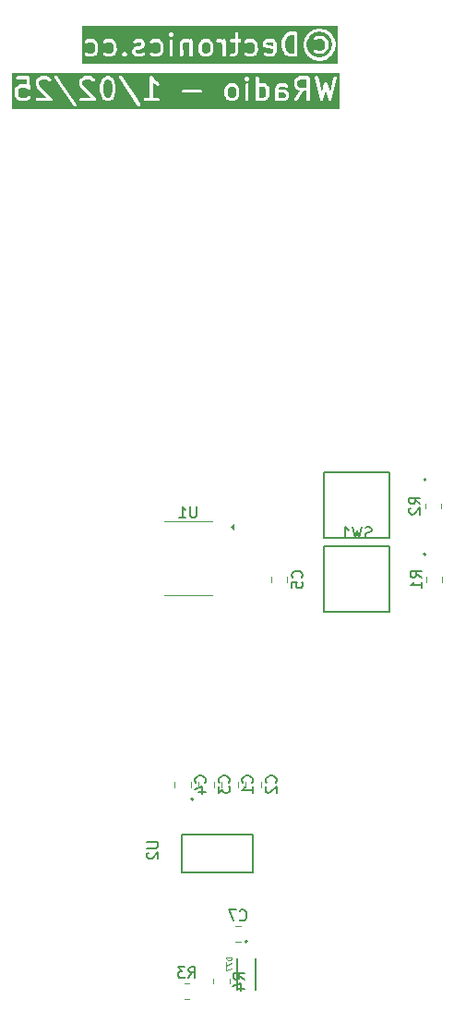
<source format=gbr>
%TF.GenerationSoftware,KiCad,Pcbnew,8.0.2*%
%TF.CreationDate,2025-03-09T15:23:07+01:00*%
%TF.ProjectId,WRadioLogo,57526164-696f-44c6-9f67-6f2e6b696361,rev?*%
%TF.SameCoordinates,Original*%
%TF.FileFunction,Legend,Bot*%
%TF.FilePolarity,Positive*%
%FSLAX46Y46*%
G04 Gerber Fmt 4.6, Leading zero omitted, Abs format (unit mm)*
G04 Created by KiCad (PCBNEW 8.0.2) date 2025-03-09 15:23:07*
%MOMM*%
%LPD*%
G01*
G04 APERTURE LIST*
%ADD10C,0.300000*%
%ADD11C,0.150000*%
%ADD12C,0.120200*%
%ADD13C,0.120000*%
%ADD14C,0.127000*%
%ADD15C,0.200000*%
G04 APERTURE END LIST*
D10*
G36*
X146331448Y-53059329D02*
G01*
X146756920Y-53311769D01*
X147011107Y-53730718D01*
X147098060Y-54153175D01*
X147016272Y-54574359D01*
X146763833Y-54999831D01*
X146344883Y-55254018D01*
X145922426Y-55340971D01*
X145501243Y-55259184D01*
X145075771Y-55006744D01*
X144821584Y-54587794D01*
X144734630Y-54165338D01*
X144816418Y-53744154D01*
X144920300Y-53569066D01*
X145386571Y-53569066D01*
X145390719Y-53627446D01*
X145416894Y-53679795D01*
X145461109Y-53718142D01*
X145516631Y-53736650D01*
X145575011Y-53732502D01*
X145602475Y-53721992D01*
X145757092Y-53642370D01*
X146067431Y-53640190D01*
X146204076Y-53706492D01*
X146361707Y-53861110D01*
X146433231Y-54000002D01*
X146435411Y-54310342D01*
X146369108Y-54446987D01*
X146214491Y-54604618D01*
X146075599Y-54676142D01*
X145765260Y-54678322D01*
X145575011Y-54586011D01*
X145516631Y-54581863D01*
X145461109Y-54600371D01*
X145416894Y-54638718D01*
X145390719Y-54691067D01*
X145386571Y-54749447D01*
X145405079Y-54804969D01*
X145443426Y-54849184D01*
X145468311Y-54864849D01*
X145640089Y-54948198D01*
X145642534Y-54950643D01*
X145660263Y-54957986D01*
X145686252Y-54970597D01*
X145691627Y-54970978D01*
X145696606Y-54973041D01*
X145725870Y-54975923D01*
X146084044Y-54973406D01*
X146088060Y-54974745D01*
X146109404Y-54973228D01*
X146136086Y-54973041D01*
X146141063Y-54970979D01*
X146146441Y-54970597D01*
X146173904Y-54960087D01*
X146363002Y-54862708D01*
X146380633Y-54855406D01*
X146386443Y-54850637D01*
X146389266Y-54849184D01*
X146391862Y-54846189D01*
X146403364Y-54836751D01*
X146591231Y-54645221D01*
X146606273Y-54632177D01*
X146610296Y-54625785D01*
X146612495Y-54623544D01*
X146614010Y-54619884D01*
X146621938Y-54607291D01*
X146705286Y-54435514D01*
X146707732Y-54433069D01*
X146715076Y-54415338D01*
X146727686Y-54389351D01*
X146728067Y-54383975D01*
X146730130Y-54378997D01*
X146733012Y-54349733D01*
X146730495Y-53991557D01*
X146731834Y-53987542D01*
X146730317Y-53966197D01*
X146730130Y-53939516D01*
X146728067Y-53934537D01*
X146727686Y-53929162D01*
X146717176Y-53901698D01*
X146619797Y-53712599D01*
X146612495Y-53694969D01*
X146607726Y-53689158D01*
X146606273Y-53686336D01*
X146603279Y-53683739D01*
X146593840Y-53672238D01*
X146402313Y-53484372D01*
X146389266Y-53469329D01*
X146382874Y-53465305D01*
X146380633Y-53463107D01*
X146376973Y-53461591D01*
X146364380Y-53453664D01*
X146192602Y-53370314D01*
X146190158Y-53367870D01*
X146172433Y-53360528D01*
X146146441Y-53347916D01*
X146141063Y-53347533D01*
X146136086Y-53345472D01*
X146106822Y-53342590D01*
X145748647Y-53345106D01*
X145744632Y-53343768D01*
X145723287Y-53345284D01*
X145696606Y-53345472D01*
X145691627Y-53347534D01*
X145686252Y-53347916D01*
X145658789Y-53358426D01*
X145443426Y-53469329D01*
X145405079Y-53513544D01*
X145386571Y-53569066D01*
X144920300Y-53569066D01*
X145068857Y-53318682D01*
X145487807Y-53064494D01*
X145910264Y-52977541D01*
X146331448Y-53059329D01*
G37*
G36*
X135728298Y-53992406D02*
G01*
X135790954Y-54052897D01*
X135861733Y-54190342D01*
X135864135Y-54690982D01*
X135797480Y-54828352D01*
X135736989Y-54891009D01*
X135599278Y-54961924D01*
X135384012Y-54963894D01*
X135247249Y-54897534D01*
X135184594Y-54837043D01*
X135113815Y-54699599D01*
X135111413Y-54198959D01*
X135178068Y-54061588D01*
X135238558Y-53998933D01*
X135376270Y-53928017D01*
X135591536Y-53926047D01*
X135728298Y-53992406D01*
G37*
G36*
X141613479Y-53982905D02*
G01*
X141671220Y-54095034D01*
X141671831Y-54262680D01*
X141017142Y-54133702D01*
X141016734Y-54102570D01*
X141073328Y-53985932D01*
X141185663Y-53928084D01*
X141496003Y-53925904D01*
X141613479Y-53982905D01*
G37*
G36*
X143578498Y-54962478D02*
G01*
X143281167Y-54964173D01*
X143047971Y-54888696D01*
X142899554Y-54743115D01*
X142822171Y-54592844D01*
X142732935Y-54245984D01*
X142730651Y-53996435D01*
X142814705Y-53650190D01*
X142892153Y-53490573D01*
X143040707Y-53339124D01*
X143266866Y-53261540D01*
X143576080Y-53259776D01*
X143578498Y-54962478D01*
G37*
G36*
X147621901Y-55864812D02*
G01*
X124116729Y-55864812D01*
X124116729Y-53854780D01*
X124338951Y-53854780D01*
X124343099Y-53913161D01*
X124369274Y-53965510D01*
X124413489Y-54003856D01*
X124469011Y-54022364D01*
X124527392Y-54018216D01*
X124554855Y-54007706D01*
X124709471Y-53928084D01*
X125019811Y-53925904D01*
X125156868Y-53992406D01*
X125219524Y-54052897D01*
X125290303Y-54190342D01*
X125292705Y-54690982D01*
X125226050Y-54828352D01*
X125165559Y-54891009D01*
X125027979Y-54961857D01*
X124717639Y-54964037D01*
X124527392Y-54871726D01*
X124469011Y-54867578D01*
X124413489Y-54886086D01*
X124369274Y-54924432D01*
X124343099Y-54976781D01*
X124338951Y-55035162D01*
X124357459Y-55090684D01*
X124395805Y-55134899D01*
X124420691Y-55150564D01*
X124592467Y-55233912D01*
X124594913Y-55236358D01*
X124612643Y-55243702D01*
X124638631Y-55256312D01*
X124644006Y-55256693D01*
X124648985Y-55258756D01*
X124678249Y-55261638D01*
X125036424Y-55259121D01*
X125040440Y-55260460D01*
X125061784Y-55258943D01*
X125088466Y-55258756D01*
X125093443Y-55256694D01*
X125098821Y-55256312D01*
X125126284Y-55245802D01*
X125315385Y-55148422D01*
X125333014Y-55141120D01*
X125338822Y-55136352D01*
X125341646Y-55134899D01*
X125344243Y-55131904D01*
X125355745Y-55122465D01*
X125450431Y-55024389D01*
X125463415Y-55013129D01*
X125467373Y-55006840D01*
X125469638Y-55004495D01*
X125471154Y-55000833D01*
X125479080Y-54988243D01*
X125562428Y-54816466D01*
X125564874Y-54814021D01*
X125572218Y-54796290D01*
X125584828Y-54770303D01*
X125585209Y-54764927D01*
X125587272Y-54759949D01*
X125590154Y-54730685D01*
X125587523Y-54182377D01*
X125588976Y-54178019D01*
X125587395Y-54155777D01*
X125587272Y-54129993D01*
X125585209Y-54125014D01*
X125584828Y-54119639D01*
X125574318Y-54092176D01*
X125476942Y-53903081D01*
X125469637Y-53885445D01*
X125464867Y-53879633D01*
X125463415Y-53876813D01*
X125460423Y-53874218D01*
X125450982Y-53862714D01*
X125442764Y-53854780D01*
X126053237Y-53854780D01*
X126057385Y-53913161D01*
X126083560Y-53965510D01*
X126127775Y-54003856D01*
X126183297Y-54022364D01*
X126241678Y-54018216D01*
X126269141Y-54007706D01*
X126423757Y-53928084D01*
X126734097Y-53925904D01*
X126871154Y-53992406D01*
X126933810Y-54052897D01*
X127004589Y-54190342D01*
X127006991Y-54690982D01*
X126940336Y-54828352D01*
X126879845Y-54891009D01*
X126742265Y-54961857D01*
X126431925Y-54964037D01*
X126241678Y-54871726D01*
X126183297Y-54867578D01*
X126127775Y-54886086D01*
X126083560Y-54924432D01*
X126057385Y-54976781D01*
X126053237Y-55035162D01*
X126071745Y-55090684D01*
X126110091Y-55134899D01*
X126134977Y-55150564D01*
X126306753Y-55233912D01*
X126309199Y-55236358D01*
X126326929Y-55243702D01*
X126352917Y-55256312D01*
X126358292Y-55256693D01*
X126363271Y-55258756D01*
X126392535Y-55261638D01*
X126750710Y-55259121D01*
X126754726Y-55260460D01*
X126776070Y-55258943D01*
X126802752Y-55258756D01*
X126807729Y-55256694D01*
X126813107Y-55256312D01*
X126840570Y-55245802D01*
X127029671Y-55148422D01*
X127047300Y-55141120D01*
X127053108Y-55136352D01*
X127055932Y-55134899D01*
X127058529Y-55131904D01*
X127070031Y-55122465D01*
X127164717Y-55024389D01*
X127177701Y-55013129D01*
X127181659Y-55006840D01*
X127183924Y-55004495D01*
X127185440Y-55000833D01*
X127193366Y-54988243D01*
X127193902Y-54987138D01*
X127769227Y-54987138D01*
X127769227Y-55045664D01*
X127773517Y-55056020D01*
X127791624Y-55099735D01*
X127810279Y-55122466D01*
X127928247Y-55236358D01*
X127928248Y-55236359D01*
X127951046Y-55245802D01*
X127982319Y-55258756D01*
X127982320Y-55258756D01*
X128040846Y-55258756D01*
X128040847Y-55258756D01*
X128072120Y-55245802D01*
X128094918Y-55236359D01*
X128117649Y-55217704D01*
X128231514Y-55099763D01*
X128231542Y-55099736D01*
X128253939Y-55045664D01*
X128253939Y-54987138D01*
X128249936Y-54977474D01*
X128244571Y-54964520D01*
X128231543Y-54933066D01*
X128212888Y-54910335D01*
X128094947Y-54796468D01*
X128094918Y-54796439D01*
X128059400Y-54781728D01*
X128040847Y-54774043D01*
X127982319Y-54774043D01*
X127966482Y-54780603D01*
X127928247Y-54796440D01*
X127905517Y-54815095D01*
X127791624Y-54933065D01*
X127773230Y-54977474D01*
X127769227Y-54987138D01*
X127193902Y-54987138D01*
X127276714Y-54816466D01*
X127279160Y-54814021D01*
X127286504Y-54796290D01*
X127299114Y-54770303D01*
X127299495Y-54764927D01*
X127301558Y-54759949D01*
X127304440Y-54730685D01*
X128718726Y-54730685D01*
X128720457Y-54805499D01*
X128719904Y-54807161D01*
X128720782Y-54819525D01*
X128721608Y-54855187D01*
X128723670Y-54860165D01*
X128724052Y-54865541D01*
X128734562Y-54893005D01*
X128828678Y-55075770D01*
X128833650Y-55090684D01*
X128840317Y-55098371D01*
X128845465Y-55108368D01*
X128859677Y-55120694D01*
X128871997Y-55134899D01*
X128886800Y-55144217D01*
X128889680Y-55146715D01*
X128891991Y-55147485D01*
X128896882Y-55150564D01*
X129068660Y-55233913D01*
X129071105Y-55236358D01*
X129088834Y-55243701D01*
X129114823Y-55256312D01*
X129120198Y-55256693D01*
X129125177Y-55258756D01*
X129154441Y-55261638D01*
X129512615Y-55259121D01*
X129516631Y-55260460D01*
X129537975Y-55258943D01*
X129564657Y-55258756D01*
X129569634Y-55256694D01*
X129575012Y-55256312D01*
X129602475Y-55245802D01*
X129817837Y-55134899D01*
X129856184Y-55090684D01*
X129874691Y-55035161D01*
X129870543Y-54976781D01*
X129844368Y-54924432D01*
X129800153Y-54886085D01*
X129744631Y-54867578D01*
X129686251Y-54871726D01*
X129658787Y-54882236D01*
X129504170Y-54961857D01*
X129193831Y-54964037D01*
X129076354Y-54907035D01*
X129017979Y-54793678D01*
X129017382Y-54767898D01*
X129073327Y-54652599D01*
X129185794Y-54594684D01*
X129417700Y-54592562D01*
X129421393Y-54593793D01*
X129441822Y-54592341D01*
X129469419Y-54592089D01*
X129474396Y-54590027D01*
X129479774Y-54589645D01*
X129507237Y-54579135D01*
X129690001Y-54485018D01*
X129704915Y-54480047D01*
X129712602Y-54473379D01*
X129722599Y-54468232D01*
X129734922Y-54454022D01*
X129749130Y-54441701D01*
X129758449Y-54426895D01*
X129760946Y-54424017D01*
X129761716Y-54421705D01*
X129764795Y-54416815D01*
X129848143Y-54245038D01*
X129850589Y-54242593D01*
X129857933Y-54224862D01*
X129870543Y-54198875D01*
X129870924Y-54193499D01*
X129872987Y-54188521D01*
X129875869Y-54159257D01*
X129874137Y-54084442D01*
X129874691Y-54082781D01*
X129873812Y-54070416D01*
X129872987Y-54034755D01*
X129870924Y-54029776D01*
X129870543Y-54024401D01*
X129860033Y-53996938D01*
X129786828Y-53854780D01*
X130338952Y-53854780D01*
X130343100Y-53913161D01*
X130369275Y-53965510D01*
X130413490Y-54003856D01*
X130469012Y-54022364D01*
X130527393Y-54018216D01*
X130554856Y-54007706D01*
X130709472Y-53928084D01*
X131019812Y-53925904D01*
X131156869Y-53992406D01*
X131219525Y-54052897D01*
X131290304Y-54190342D01*
X131292706Y-54690982D01*
X131226051Y-54828352D01*
X131165560Y-54891009D01*
X131027980Y-54961857D01*
X130717640Y-54964037D01*
X130527393Y-54871726D01*
X130469012Y-54867578D01*
X130413490Y-54886086D01*
X130369275Y-54924432D01*
X130343100Y-54976781D01*
X130338952Y-55035162D01*
X130357460Y-55090684D01*
X130395806Y-55134899D01*
X130420692Y-55150564D01*
X130592468Y-55233912D01*
X130594914Y-55236358D01*
X130612644Y-55243702D01*
X130638632Y-55256312D01*
X130644007Y-55256693D01*
X130648986Y-55258756D01*
X130678250Y-55261638D01*
X131036425Y-55259121D01*
X131040441Y-55260460D01*
X131061785Y-55258943D01*
X131088467Y-55258756D01*
X131093444Y-55256694D01*
X131098822Y-55256312D01*
X131126285Y-55245802D01*
X131315386Y-55148422D01*
X131333015Y-55141120D01*
X131338823Y-55136352D01*
X131341647Y-55134899D01*
X131344244Y-55131904D01*
X131355746Y-55122465D01*
X131450432Y-55024389D01*
X131463416Y-55013129D01*
X131467374Y-55006840D01*
X131469639Y-55004495D01*
X131471155Y-55000833D01*
X131479081Y-54988243D01*
X131562429Y-54816466D01*
X131564875Y-54814021D01*
X131572219Y-54796290D01*
X131584829Y-54770303D01*
X131585210Y-54764927D01*
X131587273Y-54759949D01*
X131590155Y-54730685D01*
X131587524Y-54182377D01*
X131588977Y-54178019D01*
X131587396Y-54155777D01*
X131587273Y-54129993D01*
X131585210Y-54125014D01*
X131584829Y-54119639D01*
X131574319Y-54092176D01*
X131476943Y-53903081D01*
X131469638Y-53885445D01*
X131464868Y-53879633D01*
X131463416Y-53876813D01*
X131460424Y-53874218D01*
X131450983Y-53862714D01*
X131363553Y-53778304D01*
X132147298Y-53778304D01*
X132150180Y-55140902D01*
X132172578Y-55194974D01*
X132213962Y-55236358D01*
X132268034Y-55258756D01*
X132326562Y-55258756D01*
X132380634Y-55236358D01*
X132422018Y-55194974D01*
X132444416Y-55140902D01*
X132447298Y-55111638D01*
X132445082Y-54064019D01*
X133099679Y-54064019D01*
X133102561Y-55140902D01*
X133124959Y-55194974D01*
X133166343Y-55236358D01*
X133220415Y-55258756D01*
X133278943Y-55258756D01*
X133333015Y-55236358D01*
X133374399Y-55194974D01*
X133396797Y-55140902D01*
X133399679Y-55111638D01*
X133396982Y-54104021D01*
X133454280Y-53985932D01*
X133566746Y-53928017D01*
X133782012Y-53926047D01*
X133918774Y-53992406D01*
X133957353Y-54029652D01*
X133959704Y-55140902D01*
X133982102Y-55194974D01*
X134023486Y-55236358D01*
X134077558Y-55258756D01*
X134136086Y-55258756D01*
X134190158Y-55236358D01*
X134231542Y-55194974D01*
X134253940Y-55140902D01*
X134256822Y-55111638D01*
X134254808Y-54159257D01*
X134813965Y-54159257D01*
X134816595Y-54707565D01*
X134815143Y-54711923D01*
X134816723Y-54734164D01*
X134816847Y-54759949D01*
X134818908Y-54764926D01*
X134819291Y-54770304D01*
X134829801Y-54797767D01*
X134927180Y-54986866D01*
X134934482Y-55004496D01*
X134939250Y-55010306D01*
X134940704Y-55013129D01*
X134943697Y-55015725D01*
X134953136Y-55027226D01*
X135051214Y-55121917D01*
X135062473Y-55134899D01*
X135068758Y-55138855D01*
X135071105Y-55141121D01*
X135074767Y-55142637D01*
X135087359Y-55150564D01*
X135259135Y-55233912D01*
X135261581Y-55236358D01*
X135279311Y-55243702D01*
X135305299Y-55256312D01*
X135310674Y-55256693D01*
X135315653Y-55258756D01*
X135344917Y-55261638D01*
X135608177Y-55259229D01*
X135611870Y-55260460D01*
X135632299Y-55259008D01*
X135659896Y-55258756D01*
X135664873Y-55256694D01*
X135670251Y-55256312D01*
X135697714Y-55245802D01*
X135886815Y-55148422D01*
X135904444Y-55141120D01*
X135910252Y-55136352D01*
X135913076Y-55134899D01*
X135915673Y-55131904D01*
X135927175Y-55122465D01*
X136021861Y-55024389D01*
X136034845Y-55013129D01*
X136038803Y-55006840D01*
X136041068Y-55004495D01*
X136042584Y-55000833D01*
X136050510Y-54988243D01*
X136133858Y-54816466D01*
X136136304Y-54814021D01*
X136143648Y-54796290D01*
X136156258Y-54770303D01*
X136156639Y-54764927D01*
X136158702Y-54759949D01*
X136161584Y-54730685D01*
X136158953Y-54182377D01*
X136160406Y-54178019D01*
X136158825Y-54155777D01*
X136158702Y-54129993D01*
X136156639Y-54125014D01*
X136156258Y-54119639D01*
X136145748Y-54092176D01*
X136048372Y-53903081D01*
X136041067Y-53885445D01*
X136036297Y-53879633D01*
X136034845Y-53876813D01*
X136031853Y-53874218D01*
X136022412Y-53862714D01*
X135924339Y-53768029D01*
X135913076Y-53755043D01*
X135906787Y-53751084D01*
X135904670Y-53749040D01*
X136435894Y-53749040D01*
X136435894Y-53807568D01*
X136458292Y-53861640D01*
X136499676Y-53903024D01*
X136553748Y-53925422D01*
X136583012Y-53928304D01*
X136734937Y-53926311D01*
X136871155Y-53992406D01*
X136933811Y-54052897D01*
X137005315Y-54191751D01*
X137007323Y-55140902D01*
X137029721Y-55194974D01*
X137071105Y-55236358D01*
X137125177Y-55258756D01*
X137183705Y-55258756D01*
X137237777Y-55236358D01*
X137279161Y-55194974D01*
X137301559Y-55140902D01*
X137304441Y-55111638D01*
X137302471Y-54180394D01*
X137303263Y-54178019D01*
X137302441Y-54166462D01*
X137301559Y-53749040D01*
X137673990Y-53749040D01*
X137673990Y-53807568D01*
X137696388Y-53861640D01*
X137737772Y-53903024D01*
X137791844Y-53925422D01*
X137821108Y-53928304D01*
X138148645Y-53927110D01*
X138150065Y-54785774D01*
X138092696Y-54904009D01*
X137979982Y-54962052D01*
X137791844Y-54964520D01*
X137737772Y-54986918D01*
X137696388Y-55028302D01*
X137673990Y-55082374D01*
X137673990Y-55140902D01*
X137696388Y-55194974D01*
X137737772Y-55236358D01*
X137791844Y-55258756D01*
X137821108Y-55261638D01*
X137989721Y-55259426D01*
X137992822Y-55260460D01*
X138011361Y-55259142D01*
X138040848Y-55258756D01*
X138045825Y-55256694D01*
X138051203Y-55256312D01*
X138078666Y-55245802D01*
X138261430Y-55151685D01*
X138276344Y-55146714D01*
X138284031Y-55140046D01*
X138294028Y-55134899D01*
X138306354Y-55120686D01*
X138320559Y-55108367D01*
X138329877Y-55093563D01*
X138332375Y-55090684D01*
X138333145Y-55088372D01*
X138336224Y-55083482D01*
X138419573Y-54911703D01*
X138422018Y-54909259D01*
X138429361Y-54891529D01*
X138441972Y-54865541D01*
X138442353Y-54860165D01*
X138444416Y-54855187D01*
X138447298Y-54825923D01*
X138445810Y-53926028D01*
X138612276Y-53925422D01*
X138666348Y-53903024D01*
X138707732Y-53861640D01*
X138710574Y-53854780D01*
X139005619Y-53854780D01*
X139009767Y-53913161D01*
X139035942Y-53965510D01*
X139080157Y-54003856D01*
X139135679Y-54022364D01*
X139194060Y-54018216D01*
X139221523Y-54007706D01*
X139376139Y-53928084D01*
X139686479Y-53925904D01*
X139823536Y-53992406D01*
X139886192Y-54052897D01*
X139956971Y-54190342D01*
X139959373Y-54690982D01*
X139892718Y-54828352D01*
X139832227Y-54891009D01*
X139694647Y-54961857D01*
X139384307Y-54964037D01*
X139194060Y-54871726D01*
X139135679Y-54867578D01*
X139080157Y-54886086D01*
X139035942Y-54924432D01*
X139009767Y-54976781D01*
X139005619Y-55035162D01*
X139024127Y-55090684D01*
X139062473Y-55134899D01*
X139087359Y-55150564D01*
X139259135Y-55233912D01*
X139261581Y-55236358D01*
X139279311Y-55243702D01*
X139305299Y-55256312D01*
X139310674Y-55256693D01*
X139315653Y-55258756D01*
X139344917Y-55261638D01*
X139703092Y-55259121D01*
X139707108Y-55260460D01*
X139728452Y-55258943D01*
X139755134Y-55258756D01*
X139760111Y-55256694D01*
X139765489Y-55256312D01*
X139792952Y-55245802D01*
X139982053Y-55148422D01*
X139999682Y-55141120D01*
X140005490Y-55136352D01*
X140008314Y-55134899D01*
X140010911Y-55131904D01*
X140022413Y-55122465D01*
X140117099Y-55024389D01*
X140130083Y-55013129D01*
X140134041Y-55006840D01*
X140136306Y-55004495D01*
X140137822Y-55000833D01*
X140145748Y-54988243D01*
X140229096Y-54816466D01*
X140231542Y-54814021D01*
X140238886Y-54796290D01*
X140251496Y-54770303D01*
X140251877Y-54764927D01*
X140253940Y-54759949D01*
X140256822Y-54730685D01*
X140254191Y-54182377D01*
X140255644Y-54178019D01*
X140254063Y-54155777D01*
X140253940Y-54129993D01*
X140251877Y-54125014D01*
X140251496Y-54119639D01*
X140240986Y-54092176D01*
X140226486Y-54064019D01*
X140718727Y-54064019D01*
X140721069Y-54242625D01*
X140718727Y-54254339D01*
X140721400Y-54267852D01*
X140721609Y-54283759D01*
X140727232Y-54297335D01*
X140730085Y-54311753D01*
X140738323Y-54324111D01*
X140744007Y-54337831D01*
X140754397Y-54348221D01*
X140762550Y-54360450D01*
X140774890Y-54368714D01*
X140785391Y-54379215D01*
X140798966Y-54384838D01*
X140811179Y-54393017D01*
X140839310Y-54401582D01*
X140839459Y-54401611D01*
X140839463Y-54401613D01*
X140839467Y-54401613D01*
X141672935Y-54565810D01*
X141673738Y-54786057D01*
X141616506Y-54904009D01*
X141504171Y-54961857D01*
X141193831Y-54964037D01*
X141003584Y-54871726D01*
X140945203Y-54867578D01*
X140889681Y-54886086D01*
X140845466Y-54924432D01*
X140819291Y-54976781D01*
X140815143Y-55035162D01*
X140833651Y-55090684D01*
X140871997Y-55134899D01*
X140896883Y-55150564D01*
X141068659Y-55233912D01*
X141071105Y-55236358D01*
X141088835Y-55243702D01*
X141114823Y-55256312D01*
X141120198Y-55256693D01*
X141125177Y-55258756D01*
X141154441Y-55261638D01*
X141512616Y-55259121D01*
X141516632Y-55260460D01*
X141537976Y-55258943D01*
X141564658Y-55258756D01*
X141569635Y-55256694D01*
X141575013Y-55256312D01*
X141602476Y-55245802D01*
X141785240Y-55151685D01*
X141800154Y-55146714D01*
X141807841Y-55140046D01*
X141817838Y-55134899D01*
X141830164Y-55120686D01*
X141844369Y-55108367D01*
X141853687Y-55093563D01*
X141856185Y-55090684D01*
X141856955Y-55088372D01*
X141860034Y-55083482D01*
X141943383Y-54911703D01*
X141945828Y-54909259D01*
X141953171Y-54891529D01*
X141965782Y-54865541D01*
X141966163Y-54860165D01*
X141968226Y-54855187D01*
X141971108Y-54825923D01*
X141969745Y-54451939D01*
X141971108Y-54445128D01*
X141969694Y-54437984D01*
X141968417Y-54087318D01*
X141969930Y-54082781D01*
X141968318Y-54060097D01*
X141968226Y-54034755D01*
X141966163Y-54029776D01*
X141965782Y-54024401D01*
X141955272Y-53996938D01*
X141940772Y-53968780D01*
X142433013Y-53968780D01*
X142435548Y-54245934D01*
X142433190Y-54261786D01*
X142435859Y-54279833D01*
X142435895Y-54283759D01*
X142436742Y-54285803D01*
X142437492Y-54290875D01*
X142532525Y-54660270D01*
X142533577Y-54675066D01*
X142541983Y-54697032D01*
X142542623Y-54699518D01*
X142543267Y-54700388D01*
X142544087Y-54702529D01*
X142641465Y-54891627D01*
X142648768Y-54909258D01*
X142653536Y-54915068D01*
X142654990Y-54917891D01*
X142657984Y-54920487D01*
X142667423Y-54931989D01*
X142843760Y-55104956D01*
X142845466Y-55108367D01*
X142860767Y-55121637D01*
X142880629Y-55141120D01*
X142885608Y-55143182D01*
X142889680Y-55146714D01*
X142916531Y-55158703D01*
X143201700Y-55251003D01*
X143220416Y-55258756D01*
X143227942Y-55259497D01*
X143230920Y-55260461D01*
X143234874Y-55260179D01*
X143249680Y-55261638D01*
X143755134Y-55258756D01*
X143809206Y-55236358D01*
X143850590Y-55194974D01*
X143872988Y-55140902D01*
X143872988Y-55140901D01*
X143875870Y-55111638D01*
X143874517Y-54159100D01*
X144433012Y-54159100D01*
X144433043Y-54159257D01*
X144433012Y-54159414D01*
X144435925Y-54188675D01*
X144533764Y-54664016D01*
X144537042Y-54686045D01*
X144539264Y-54690737D01*
X144539729Y-54692996D01*
X144541793Y-54696078D01*
X144549627Y-54712621D01*
X144826756Y-55169385D01*
X144828337Y-55175708D01*
X144840787Y-55192511D01*
X144852868Y-55212423D01*
X144858792Y-55216812D01*
X144863180Y-55222734D01*
X144886791Y-55240262D01*
X145363800Y-55523279D01*
X145382607Y-55535874D01*
X145387580Y-55537388D01*
X145389557Y-55538561D01*
X145393224Y-55539106D01*
X145410738Y-55544439D01*
X145916189Y-55642590D01*
X145916345Y-55642558D01*
X145916503Y-55642590D01*
X145945763Y-55639677D01*
X146421100Y-55541839D01*
X146443134Y-55538561D01*
X146447827Y-55536338D01*
X146450084Y-55535874D01*
X146453163Y-55533811D01*
X146469710Y-55525976D01*
X146926474Y-55248846D01*
X146932798Y-55247266D01*
X146949606Y-55234812D01*
X146969512Y-55222735D01*
X146973900Y-55216811D01*
X146979824Y-55212423D01*
X146997351Y-55188812D01*
X147280371Y-54711795D01*
X147292963Y-54692995D01*
X147294477Y-54688021D01*
X147295650Y-54686045D01*
X147296195Y-54682377D01*
X147301528Y-54664864D01*
X147399679Y-54159414D01*
X147399647Y-54159257D01*
X147399679Y-54159100D01*
X147396766Y-54129839D01*
X147298927Y-53654494D01*
X147295650Y-53632468D01*
X147293427Y-53627774D01*
X147292963Y-53625518D01*
X147290900Y-53622438D01*
X147283065Y-53605891D01*
X147005936Y-53149130D01*
X147004355Y-53142806D01*
X146991897Y-53125992D01*
X146979823Y-53106091D01*
X146973902Y-53101704D01*
X146969513Y-53095780D01*
X146945902Y-53078252D01*
X146468889Y-52795233D01*
X146450084Y-52782639D01*
X146445110Y-52781124D01*
X146443134Y-52779952D01*
X146439466Y-52779406D01*
X146421953Y-52774074D01*
X145916503Y-52675923D01*
X145916345Y-52675954D01*
X145916189Y-52675923D01*
X145886928Y-52678836D01*
X145411590Y-52776673D01*
X145389557Y-52779952D01*
X145384863Y-52782174D01*
X145382607Y-52782639D01*
X145379527Y-52784701D01*
X145362981Y-52792537D01*
X144906219Y-53069666D01*
X144899894Y-53071248D01*
X144883079Y-53083706D01*
X144863180Y-53095780D01*
X144858792Y-53101701D01*
X144852868Y-53106091D01*
X144835341Y-53129702D01*
X144552325Y-53606708D01*
X144539729Y-53625517D01*
X144538214Y-53630492D01*
X144537042Y-53632468D01*
X144536496Y-53636133D01*
X144531164Y-53653648D01*
X144433012Y-54159100D01*
X143874517Y-54159100D01*
X143872988Y-53082374D01*
X143850590Y-53028302D01*
X143809206Y-52986918D01*
X143755134Y-52964520D01*
X143725870Y-52961638D01*
X143252344Y-52964337D01*
X143230920Y-52962815D01*
X143223498Y-52964502D01*
X143220416Y-52964520D01*
X143216758Y-52966035D01*
X143202246Y-52969335D01*
X142938664Y-53059758D01*
X142934702Y-53059758D01*
X142915601Y-53067669D01*
X142889680Y-53076562D01*
X142885609Y-53080092D01*
X142880630Y-53082155D01*
X142857899Y-53100810D01*
X142670033Y-53292336D01*
X142654990Y-53305384D01*
X142650966Y-53311775D01*
X142648768Y-53314017D01*
X142647252Y-53317676D01*
X142639325Y-53330270D01*
X142550789Y-53512735D01*
X142542623Y-53523757D01*
X142534753Y-53545784D01*
X142533577Y-53548209D01*
X142533500Y-53549292D01*
X142532730Y-53551448D01*
X142442246Y-53924183D01*
X142435895Y-53939516D01*
X142434100Y-53957738D01*
X142433190Y-53961489D01*
X142433515Y-53963676D01*
X142433013Y-53968780D01*
X141940772Y-53968780D01*
X141861158Y-53814177D01*
X141856185Y-53799258D01*
X141849514Y-53791566D01*
X141844369Y-53781575D01*
X141830164Y-53769255D01*
X141817838Y-53755043D01*
X141803027Y-53745720D01*
X141800154Y-53743228D01*
X141797846Y-53742458D01*
X141792952Y-53739378D01*
X141621174Y-53656028D01*
X141618730Y-53653584D01*
X141601005Y-53646242D01*
X141575013Y-53633630D01*
X141569635Y-53633247D01*
X141564658Y-53631186D01*
X141535394Y-53628304D01*
X141177218Y-53630820D01*
X141173203Y-53629482D01*
X141151858Y-53630998D01*
X141125177Y-53631186D01*
X141120198Y-53633248D01*
X141114823Y-53633630D01*
X141087359Y-53644140D01*
X140904598Y-53738254D01*
X140889681Y-53743227D01*
X140881990Y-53749896D01*
X140871997Y-53755043D01*
X140859675Y-53769250D01*
X140845466Y-53781574D01*
X140836143Y-53796383D01*
X140833651Y-53799258D01*
X140832881Y-53801565D01*
X140829801Y-53806460D01*
X140746451Y-53978238D01*
X140744007Y-53980683D01*
X140736663Y-53998412D01*
X140724053Y-54024401D01*
X140723671Y-54029776D01*
X140721609Y-54034755D01*
X140718727Y-54064019D01*
X140226486Y-54064019D01*
X140143610Y-53903081D01*
X140136305Y-53885445D01*
X140131535Y-53879633D01*
X140130083Y-53876813D01*
X140127091Y-53874218D01*
X140117650Y-53862714D01*
X140019577Y-53768029D01*
X140008314Y-53755043D01*
X140002025Y-53751084D01*
X139999681Y-53748821D01*
X139996021Y-53747305D01*
X139983428Y-53739378D01*
X139811650Y-53656028D01*
X139809206Y-53653584D01*
X139791481Y-53646242D01*
X139765489Y-53633630D01*
X139760111Y-53633247D01*
X139755134Y-53631186D01*
X139725870Y-53628304D01*
X139367694Y-53630820D01*
X139363679Y-53629482D01*
X139342334Y-53630998D01*
X139315653Y-53631186D01*
X139310674Y-53633248D01*
X139305299Y-53633630D01*
X139277835Y-53644140D01*
X139062473Y-53755043D01*
X139024127Y-53799258D01*
X139005619Y-53854780D01*
X138710574Y-53854780D01*
X138730130Y-53807568D01*
X138730130Y-53749040D01*
X138707732Y-53694968D01*
X138666348Y-53653584D01*
X138612276Y-53631186D01*
X138583012Y-53628304D01*
X138445319Y-53628805D01*
X138444416Y-53082374D01*
X138422018Y-53028302D01*
X138380634Y-52986918D01*
X138326562Y-52964520D01*
X138268034Y-52964520D01*
X138213962Y-52986918D01*
X138172578Y-53028302D01*
X138150180Y-53082374D01*
X138147298Y-53111638D01*
X138148154Y-53629888D01*
X137791844Y-53631186D01*
X137737772Y-53653584D01*
X137696388Y-53694968D01*
X137673990Y-53749040D01*
X137301559Y-53749040D01*
X137279161Y-53694968D01*
X137237777Y-53653584D01*
X137183705Y-53631186D01*
X137125177Y-53631186D01*
X137071105Y-53653584D01*
X137029721Y-53694968D01*
X137014625Y-53731410D01*
X136859269Y-53656028D01*
X136856825Y-53653584D01*
X136839100Y-53646242D01*
X136813108Y-53633630D01*
X136807730Y-53633247D01*
X136802753Y-53631186D01*
X136773489Y-53628304D01*
X136553748Y-53631186D01*
X136499676Y-53653584D01*
X136458292Y-53694968D01*
X136435894Y-53749040D01*
X135904670Y-53749040D01*
X135904443Y-53748821D01*
X135900783Y-53747305D01*
X135888190Y-53739378D01*
X135716412Y-53656028D01*
X135713968Y-53653584D01*
X135696243Y-53646242D01*
X135670251Y-53633630D01*
X135664873Y-53633247D01*
X135659896Y-53631186D01*
X135630632Y-53628304D01*
X135367371Y-53630712D01*
X135363679Y-53629482D01*
X135343250Y-53630933D01*
X135315653Y-53631186D01*
X135310674Y-53633248D01*
X135305299Y-53633630D01*
X135277835Y-53644140D01*
X135088736Y-53741518D01*
X135071106Y-53748821D01*
X135065295Y-53753589D01*
X135062473Y-53755043D01*
X135059876Y-53758036D01*
X135048375Y-53767476D01*
X134953690Y-53865548D01*
X134940704Y-53876812D01*
X134936745Y-53883100D01*
X134934482Y-53885445D01*
X134932966Y-53889104D01*
X134925039Y-53901698D01*
X134841689Y-54073476D01*
X134839245Y-54075921D01*
X134831901Y-54093650D01*
X134819291Y-54119639D01*
X134818909Y-54125014D01*
X134816847Y-54129993D01*
X134813965Y-54159257D01*
X134254808Y-54159257D01*
X134253940Y-53749040D01*
X134231542Y-53694968D01*
X134190158Y-53653584D01*
X134136086Y-53631186D01*
X134077558Y-53631186D01*
X134023486Y-53653584D01*
X133983747Y-53693322D01*
X133906888Y-53656028D01*
X133904444Y-53653584D01*
X133886719Y-53646242D01*
X133860727Y-53633630D01*
X133855349Y-53633247D01*
X133850372Y-53631186D01*
X133821108Y-53628304D01*
X133557847Y-53630712D01*
X133554155Y-53629482D01*
X133533726Y-53630933D01*
X133506129Y-53631186D01*
X133501150Y-53633248D01*
X133495775Y-53633630D01*
X133468311Y-53644140D01*
X133285550Y-53738254D01*
X133270633Y-53743227D01*
X133262942Y-53749896D01*
X133252949Y-53755043D01*
X133240627Y-53769250D01*
X133226418Y-53781574D01*
X133217095Y-53796383D01*
X133214603Y-53799258D01*
X133213833Y-53801565D01*
X133210753Y-53806460D01*
X133127403Y-53978238D01*
X133124959Y-53980683D01*
X133117615Y-53998412D01*
X133105005Y-54024401D01*
X133104623Y-54029776D01*
X133102561Y-54034755D01*
X133099679Y-54064019D01*
X132445082Y-54064019D01*
X132444416Y-53749040D01*
X132422018Y-53694968D01*
X132380634Y-53653584D01*
X132326562Y-53631186D01*
X132268034Y-53631186D01*
X132213962Y-53653584D01*
X132172578Y-53694968D01*
X132150180Y-53749040D01*
X132147298Y-53778304D01*
X131363553Y-53778304D01*
X131352910Y-53768029D01*
X131341647Y-53755043D01*
X131335358Y-53751084D01*
X131333014Y-53748821D01*
X131329354Y-53747305D01*
X131316761Y-53739378D01*
X131144983Y-53656028D01*
X131142539Y-53653584D01*
X131124814Y-53646242D01*
X131098822Y-53633630D01*
X131093444Y-53633247D01*
X131088467Y-53631186D01*
X131059203Y-53628304D01*
X130701027Y-53630820D01*
X130697012Y-53629482D01*
X130675667Y-53630998D01*
X130648986Y-53631186D01*
X130644007Y-53633248D01*
X130638632Y-53633630D01*
X130611168Y-53644140D01*
X130395806Y-53755043D01*
X130357460Y-53799258D01*
X130338952Y-53854780D01*
X129786828Y-53854780D01*
X129765919Y-53814177D01*
X129760946Y-53799258D01*
X129754275Y-53791566D01*
X129749130Y-53781575D01*
X129734925Y-53769255D01*
X129722599Y-53755043D01*
X129707788Y-53745720D01*
X129704915Y-53743228D01*
X129702607Y-53742458D01*
X129697713Y-53739378D01*
X129525935Y-53656028D01*
X129523491Y-53653584D01*
X129505766Y-53646242D01*
X129479774Y-53633630D01*
X129474396Y-53633247D01*
X129469419Y-53631186D01*
X129440155Y-53628304D01*
X129176895Y-53630712D01*
X129173203Y-53629482D01*
X129152774Y-53630933D01*
X129125177Y-53631186D01*
X129120198Y-53633248D01*
X129114823Y-53633630D01*
X129087360Y-53644140D01*
X128871997Y-53755043D01*
X128833650Y-53799258D01*
X128815142Y-53854780D01*
X128819290Y-53913160D01*
X128845465Y-53965509D01*
X128889680Y-54003856D01*
X128945202Y-54022364D01*
X129003582Y-54018216D01*
X129031046Y-54007706D01*
X129185794Y-53928017D01*
X129401059Y-53926047D01*
X129518240Y-53982905D01*
X129576615Y-54096264D01*
X129577212Y-54122043D01*
X129521267Y-54237342D01*
X129408801Y-54295257D01*
X129176895Y-54297379D01*
X129173203Y-54296149D01*
X129152774Y-54297600D01*
X129125177Y-54297853D01*
X129120198Y-54299915D01*
X129114823Y-54300297D01*
X129087360Y-54310807D01*
X128904599Y-54404920D01*
X128889680Y-54409894D01*
X128881988Y-54416564D01*
X128871997Y-54421710D01*
X128859677Y-54435914D01*
X128845465Y-54448241D01*
X128836142Y-54463051D01*
X128833650Y-54465925D01*
X128832880Y-54468232D01*
X128829800Y-54473127D01*
X128746450Y-54644904D01*
X128744006Y-54647349D01*
X128736664Y-54665073D01*
X128724052Y-54691066D01*
X128723669Y-54696443D01*
X128721608Y-54701421D01*
X128718726Y-54730685D01*
X127304440Y-54730685D01*
X127301809Y-54182377D01*
X127303262Y-54178019D01*
X127301681Y-54155777D01*
X127301558Y-54129993D01*
X127299495Y-54125014D01*
X127299114Y-54119639D01*
X127288604Y-54092176D01*
X127191228Y-53903081D01*
X127183923Y-53885445D01*
X127179153Y-53879633D01*
X127177701Y-53876813D01*
X127174709Y-53874218D01*
X127165268Y-53862714D01*
X127067195Y-53768029D01*
X127055932Y-53755043D01*
X127049643Y-53751084D01*
X127047299Y-53748821D01*
X127043639Y-53747305D01*
X127031046Y-53739378D01*
X126859268Y-53656028D01*
X126856824Y-53653584D01*
X126839099Y-53646242D01*
X126813107Y-53633630D01*
X126807729Y-53633247D01*
X126802752Y-53631186D01*
X126773488Y-53628304D01*
X126415312Y-53630820D01*
X126411297Y-53629482D01*
X126389952Y-53630998D01*
X126363271Y-53631186D01*
X126358292Y-53633248D01*
X126352917Y-53633630D01*
X126325453Y-53644140D01*
X126110091Y-53755043D01*
X126071745Y-53799258D01*
X126053237Y-53854780D01*
X125442764Y-53854780D01*
X125352909Y-53768029D01*
X125341646Y-53755043D01*
X125335357Y-53751084D01*
X125333013Y-53748821D01*
X125329353Y-53747305D01*
X125316760Y-53739378D01*
X125144982Y-53656028D01*
X125142538Y-53653584D01*
X125124813Y-53646242D01*
X125098821Y-53633630D01*
X125093443Y-53633247D01*
X125088466Y-53631186D01*
X125059202Y-53628304D01*
X124701026Y-53630820D01*
X124697011Y-53629482D01*
X124675666Y-53630998D01*
X124648985Y-53631186D01*
X124644006Y-53633248D01*
X124638631Y-53633630D01*
X124611167Y-53644140D01*
X124395805Y-53755043D01*
X124357459Y-53799258D01*
X124338951Y-53854780D01*
X124116729Y-53854780D01*
X124116729Y-53177613D01*
X132054942Y-53177613D01*
X132054942Y-53236139D01*
X132077339Y-53290211D01*
X132095994Y-53312942D01*
X132213963Y-53426835D01*
X132240930Y-53438005D01*
X132268034Y-53449232D01*
X132268035Y-53449232D01*
X132326561Y-53449232D01*
X132326562Y-53449232D01*
X132353666Y-53438005D01*
X132380633Y-53426835D01*
X132380634Y-53426834D01*
X132403364Y-53408180D01*
X132517257Y-53290211D01*
X132539654Y-53236139D01*
X132539654Y-53177613D01*
X132517257Y-53123541D01*
X132517256Y-53123540D01*
X132498602Y-53100810D01*
X132380633Y-52986917D01*
X132338186Y-52969335D01*
X132326562Y-52964520D01*
X132268034Y-52964520D01*
X132256410Y-52969335D01*
X132213963Y-52986917D01*
X132191232Y-53005572D01*
X132077340Y-53123540D01*
X132077339Y-53123541D01*
X132054942Y-53177613D01*
X124116729Y-53177613D01*
X124116729Y-52453701D01*
X147621901Y-52453701D01*
X147621901Y-55864812D01*
G37*
G36*
X126680678Y-57389740D02*
G01*
X126743334Y-57450231D01*
X126820044Y-57599193D01*
X126909249Y-57945935D01*
X126911754Y-58385287D01*
X126827509Y-58732322D01*
X126749860Y-58892352D01*
X126689369Y-58955009D01*
X126551410Y-59026052D01*
X126431086Y-59027630D01*
X126294867Y-58961534D01*
X126232212Y-58901043D01*
X126155503Y-58752082D01*
X126066297Y-58405338D01*
X126063792Y-57965987D01*
X126148037Y-57618952D01*
X126225685Y-57458923D01*
X126286176Y-57396267D01*
X126424136Y-57325223D01*
X126544460Y-57323645D01*
X126680678Y-57389740D01*
G37*
G36*
X138109250Y-58056406D02*
G01*
X138171906Y-58116897D01*
X138242685Y-58254342D01*
X138245087Y-58754982D01*
X138178432Y-58892352D01*
X138117941Y-58955009D01*
X137980230Y-59025924D01*
X137764964Y-59027894D01*
X137628201Y-58961534D01*
X137565546Y-58901043D01*
X137494767Y-58763599D01*
X137492365Y-58262959D01*
X137559020Y-58125588D01*
X137619510Y-58062933D01*
X137757222Y-57992017D01*
X137972488Y-57990047D01*
X138109250Y-58056406D01*
G37*
G36*
X140871155Y-58056406D02*
G01*
X140933811Y-58116897D01*
X141004590Y-58254342D01*
X141006992Y-58754982D01*
X140940337Y-58892352D01*
X140879846Y-58955009D01*
X140742266Y-59025857D01*
X140431926Y-59028037D01*
X140351795Y-58989156D01*
X140350432Y-58029844D01*
X140423758Y-57992084D01*
X140734098Y-57989904D01*
X140871155Y-58056406D01*
G37*
G36*
X142162442Y-58558407D02*
G01*
X142167817Y-58558788D01*
X142172796Y-58560851D01*
X142202060Y-58563733D01*
X142638675Y-58561243D01*
X142756336Y-58618334D01*
X142814379Y-58731048D01*
X142815957Y-58851371D01*
X142759363Y-58968009D01*
X142647109Y-59025815D01*
X142241635Y-59028127D01*
X142161084Y-58989042D01*
X142159928Y-58557187D01*
X142162442Y-58558407D01*
G37*
G36*
X144720002Y-58073798D02*
G01*
X144403278Y-58074952D01*
X144395788Y-58073293D01*
X144386028Y-58075015D01*
X144146687Y-58075887D01*
X144009154Y-58009153D01*
X143946499Y-57948662D01*
X143875583Y-57810950D01*
X143873613Y-57595685D01*
X143939972Y-57458923D01*
X144000463Y-57396267D01*
X144137837Y-57325525D01*
X144718936Y-57323408D01*
X144720002Y-58073798D01*
G37*
G36*
X147717034Y-60024050D02*
G01*
X117734599Y-60024050D01*
X117734599Y-58318495D01*
X117956821Y-58318495D01*
X117959405Y-58771704D01*
X117957999Y-58775923D01*
X117959553Y-58797808D01*
X117959703Y-58823949D01*
X117961764Y-58828926D01*
X117962147Y-58834304D01*
X117972657Y-58861767D01*
X118070036Y-59050866D01*
X118077338Y-59068496D01*
X118082106Y-59074306D01*
X118083560Y-59077129D01*
X118086553Y-59079725D01*
X118095992Y-59091226D01*
X118194070Y-59185917D01*
X118205329Y-59198899D01*
X118211614Y-59202855D01*
X118213961Y-59205121D01*
X118217623Y-59206637D01*
X118230215Y-59214564D01*
X118401991Y-59297912D01*
X118404437Y-59300358D01*
X118422167Y-59307702D01*
X118448155Y-59320312D01*
X118453530Y-59320693D01*
X118458509Y-59322756D01*
X118487773Y-59325638D01*
X118940983Y-59323053D01*
X118945202Y-59324460D01*
X118967087Y-59322905D01*
X118993228Y-59322756D01*
X118998205Y-59320694D01*
X119003583Y-59320312D01*
X119031046Y-59309802D01*
X119220147Y-59212422D01*
X119237776Y-59205120D01*
X119243584Y-59200352D01*
X119246408Y-59198899D01*
X119249005Y-59195904D01*
X119260507Y-59186465D01*
X119374400Y-59068495D01*
X119396796Y-59014423D01*
X119396796Y-58955897D01*
X119374399Y-58901825D01*
X119333013Y-58860439D01*
X119278940Y-58838043D01*
X119220415Y-58838043D01*
X119166342Y-58860440D01*
X119143612Y-58879095D01*
X119070321Y-58955009D01*
X118932822Y-59025815D01*
X118527348Y-59028127D01*
X118390105Y-58961534D01*
X118327450Y-58901043D01*
X118256643Y-58763543D01*
X118254331Y-58358070D01*
X118320923Y-58220828D01*
X118381415Y-58158170D01*
X118518914Y-58087364D01*
X118924388Y-58085052D01*
X119061630Y-58151644D01*
X119131685Y-58219280D01*
X119133869Y-58223351D01*
X119147193Y-58234252D01*
X119166342Y-58252740D01*
X119173323Y-58255631D01*
X119179166Y-58260412D01*
X119200153Y-58266744D01*
X119220415Y-58275137D01*
X119227967Y-58275137D01*
X119235198Y-58277319D01*
X119257017Y-58275137D01*
X119278940Y-58275137D01*
X119285918Y-58272246D01*
X119293436Y-58271495D01*
X119312755Y-58261131D01*
X119333013Y-58252741D01*
X119338355Y-58247398D01*
X119345011Y-58243828D01*
X119358891Y-58226862D01*
X119374399Y-58211355D01*
X119377290Y-58204373D01*
X119382071Y-58198531D01*
X119388403Y-58177545D01*
X119396796Y-58157283D01*
X119396796Y-58149730D01*
X119398978Y-58142499D01*
X119398934Y-58113093D01*
X119341641Y-57556590D01*
X119861583Y-57556590D01*
X119864083Y-57747221D01*
X119862761Y-57765827D01*
X119864423Y-57773136D01*
X119864465Y-57776330D01*
X119865982Y-57779992D01*
X119869281Y-57794500D01*
X119959703Y-58058081D01*
X119959703Y-58062043D01*
X119967614Y-58081143D01*
X119976507Y-58107065D01*
X119980037Y-58111135D01*
X119982100Y-58116115D01*
X120000755Y-58138846D01*
X120891475Y-59026452D01*
X119982319Y-59028520D01*
X119928247Y-59050918D01*
X119886863Y-59092302D01*
X119864465Y-59146374D01*
X119864465Y-59204902D01*
X119886863Y-59258974D01*
X119928247Y-59300358D01*
X119982319Y-59322756D01*
X120011583Y-59325638D01*
X121278942Y-59322756D01*
X121302630Y-59312944D01*
X121333014Y-59300359D01*
X121374399Y-59258974D01*
X121392908Y-59214287D01*
X121396796Y-59204902D01*
X121396796Y-59146374D01*
X121377240Y-59099162D01*
X121374399Y-59092303D01*
X121355744Y-59069572D01*
X120239466Y-57957197D01*
X120161352Y-57729494D01*
X120159590Y-57595141D01*
X120225685Y-57458923D01*
X120286176Y-57396267D01*
X120423676Y-57325460D01*
X120829150Y-57323148D01*
X120966392Y-57389740D01*
X121071105Y-57490835D01*
X121125177Y-57513232D01*
X121183703Y-57513232D01*
X121237775Y-57490835D01*
X121279161Y-57449449D01*
X121301558Y-57395377D01*
X121301558Y-57336851D01*
X121279161Y-57282779D01*
X121260506Y-57260048D01*
X121162433Y-57165363D01*
X121151170Y-57152377D01*
X121144881Y-57148418D01*
X121142537Y-57146155D01*
X121138877Y-57144639D01*
X121126284Y-57136712D01*
X121009904Y-57080242D01*
X121575869Y-57080242D01*
X121587227Y-57137657D01*
X121601061Y-57163605D01*
X123333977Y-59757784D01*
X123382607Y-59790350D01*
X123439997Y-59801828D01*
X123497411Y-59790471D01*
X123546110Y-59758005D01*
X123578676Y-59709375D01*
X123590154Y-59651986D01*
X123578797Y-59594571D01*
X123564962Y-59568623D01*
X122220920Y-57556590D01*
X123861583Y-57556590D01*
X123864083Y-57747221D01*
X123862761Y-57765827D01*
X123864423Y-57773136D01*
X123864465Y-57776330D01*
X123865982Y-57779992D01*
X123869281Y-57794500D01*
X123959703Y-58058081D01*
X123959703Y-58062043D01*
X123967614Y-58081143D01*
X123976507Y-58107065D01*
X123980037Y-58111135D01*
X123982100Y-58116115D01*
X124000755Y-58138846D01*
X124891475Y-59026452D01*
X123982319Y-59028520D01*
X123928247Y-59050918D01*
X123886863Y-59092302D01*
X123864465Y-59146374D01*
X123864465Y-59204902D01*
X123886863Y-59258974D01*
X123928247Y-59300358D01*
X123982319Y-59322756D01*
X124011583Y-59325638D01*
X125278942Y-59322756D01*
X125302630Y-59312944D01*
X125333014Y-59300359D01*
X125374399Y-59258974D01*
X125392908Y-59214287D01*
X125396796Y-59204902D01*
X125396796Y-59146374D01*
X125377240Y-59099162D01*
X125374399Y-59092303D01*
X125355744Y-59069572D01*
X124239466Y-57957197D01*
X124232723Y-57937542D01*
X125766345Y-57937542D01*
X125769006Y-58404328D01*
X125766522Y-58421024D01*
X125769205Y-58439166D01*
X125769227Y-58442997D01*
X125770074Y-58445041D01*
X125770824Y-58450113D01*
X125865857Y-58819508D01*
X125866909Y-58834304D01*
X125875315Y-58856270D01*
X125875955Y-58858756D01*
X125876599Y-58859626D01*
X125877419Y-58861767D01*
X125974798Y-59050866D01*
X125982100Y-59068496D01*
X125986868Y-59074306D01*
X125988322Y-59077129D01*
X125991315Y-59079725D01*
X126000754Y-59091226D01*
X126098832Y-59185917D01*
X126110091Y-59198899D01*
X126116376Y-59202855D01*
X126118723Y-59205121D01*
X126122385Y-59206637D01*
X126134977Y-59214564D01*
X126306753Y-59297912D01*
X126309199Y-59300358D01*
X126326929Y-59307702D01*
X126352917Y-59320312D01*
X126358292Y-59320693D01*
X126363271Y-59322756D01*
X126392535Y-59325638D01*
X126561149Y-59323426D01*
X126564250Y-59324460D01*
X126582790Y-59323142D01*
X126612276Y-59322756D01*
X126617253Y-59320694D01*
X126622631Y-59320312D01*
X126650094Y-59309802D01*
X126839195Y-59212422D01*
X126856824Y-59205120D01*
X126862632Y-59200352D01*
X126865456Y-59198899D01*
X126868053Y-59195904D01*
X126879555Y-59186465D01*
X126974241Y-59088389D01*
X126987225Y-59077129D01*
X126991183Y-59070840D01*
X126993448Y-59068495D01*
X126994964Y-59064833D01*
X127002890Y-59052243D01*
X127091423Y-58869781D01*
X127099592Y-58858757D01*
X127107463Y-58836723D01*
X127108638Y-58834303D01*
X127108714Y-58833220D01*
X127109485Y-58831065D01*
X127199968Y-58458329D01*
X127206320Y-58442997D01*
X127208114Y-58424774D01*
X127209025Y-58421024D01*
X127208699Y-58418836D01*
X127209202Y-58413733D01*
X127206540Y-57946945D01*
X127209025Y-57930251D01*
X127206341Y-57912107D01*
X127206320Y-57908278D01*
X127205473Y-57906233D01*
X127204723Y-57901161D01*
X127109689Y-57531765D01*
X127108638Y-57516972D01*
X127100232Y-57495006D01*
X127099592Y-57492518D01*
X127098946Y-57491646D01*
X127098128Y-57489508D01*
X127000749Y-57300409D01*
X126993447Y-57282779D01*
X126988678Y-57276968D01*
X126987225Y-57274146D01*
X126984231Y-57271549D01*
X126974792Y-57260048D01*
X126876719Y-57165363D01*
X126865456Y-57152377D01*
X126859167Y-57148418D01*
X126856823Y-57146155D01*
X126853163Y-57144639D01*
X126840570Y-57136712D01*
X126724190Y-57080242D01*
X127480631Y-57080242D01*
X127491989Y-57137657D01*
X127505823Y-57163605D01*
X129238739Y-59757784D01*
X129287369Y-59790350D01*
X129344759Y-59801828D01*
X129402173Y-59790471D01*
X129450872Y-59758005D01*
X129483438Y-59709375D01*
X129494916Y-59651986D01*
X129483559Y-59594571D01*
X129469724Y-59568623D01*
X129187661Y-59146374D01*
X129769227Y-59146374D01*
X129769227Y-59204902D01*
X129791625Y-59258974D01*
X129833009Y-59300358D01*
X129887081Y-59322756D01*
X129916345Y-59325638D01*
X131088466Y-59322756D01*
X131142538Y-59300358D01*
X131183922Y-59258974D01*
X131206320Y-59204902D01*
X131206320Y-59146374D01*
X131183922Y-59092302D01*
X131142538Y-59050918D01*
X131088466Y-59028520D01*
X131059202Y-59025638D01*
X130637562Y-59026674D01*
X130636650Y-58384469D01*
X133293037Y-58384469D01*
X133293037Y-58442997D01*
X133315435Y-58497069D01*
X133356819Y-58538453D01*
X133410891Y-58560851D01*
X133440155Y-58563733D01*
X134993228Y-58560851D01*
X135047300Y-58538453D01*
X135088684Y-58497069D01*
X135111082Y-58442997D01*
X135111082Y-58384469D01*
X135088684Y-58330397D01*
X135047300Y-58289013D01*
X134993228Y-58266615D01*
X134963964Y-58263733D01*
X133410891Y-58266615D01*
X133356819Y-58289013D01*
X133315435Y-58330397D01*
X133293037Y-58384469D01*
X130636650Y-58384469D01*
X130636421Y-58223257D01*
X137194917Y-58223257D01*
X137197547Y-58771565D01*
X137196095Y-58775923D01*
X137197675Y-58798164D01*
X137197799Y-58823949D01*
X137199860Y-58828926D01*
X137200243Y-58834304D01*
X137210753Y-58861767D01*
X137308132Y-59050866D01*
X137315434Y-59068496D01*
X137320202Y-59074306D01*
X137321656Y-59077129D01*
X137324649Y-59079725D01*
X137334088Y-59091226D01*
X137432166Y-59185917D01*
X137443425Y-59198899D01*
X137449710Y-59202855D01*
X137452057Y-59205121D01*
X137455719Y-59206637D01*
X137468311Y-59214564D01*
X137640087Y-59297912D01*
X137642533Y-59300358D01*
X137660263Y-59307702D01*
X137686251Y-59320312D01*
X137691626Y-59320693D01*
X137696605Y-59322756D01*
X137725869Y-59325638D01*
X137989129Y-59323229D01*
X137992822Y-59324460D01*
X138013251Y-59323008D01*
X138040848Y-59322756D01*
X138045825Y-59320694D01*
X138051203Y-59320312D01*
X138078666Y-59309802D01*
X138267767Y-59212422D01*
X138285396Y-59205120D01*
X138291204Y-59200352D01*
X138294028Y-59198899D01*
X138296625Y-59195904D01*
X138308127Y-59186465D01*
X138402813Y-59088389D01*
X138415797Y-59077129D01*
X138419755Y-59070840D01*
X138422020Y-59068495D01*
X138423536Y-59064833D01*
X138431462Y-59052243D01*
X138514810Y-58880466D01*
X138517256Y-58878021D01*
X138524600Y-58860290D01*
X138537210Y-58834303D01*
X138537591Y-58828927D01*
X138539654Y-58823949D01*
X138542536Y-58794685D01*
X138539905Y-58246377D01*
X138541358Y-58242019D01*
X138539777Y-58219777D01*
X138539654Y-58193993D01*
X138537591Y-58189014D01*
X138537210Y-58183639D01*
X138526700Y-58156176D01*
X138429324Y-57967081D01*
X138422019Y-57949445D01*
X138417249Y-57943633D01*
X138415797Y-57940813D01*
X138412805Y-57938218D01*
X138403364Y-57926714D01*
X138315934Y-57842304D01*
X139099679Y-57842304D01*
X139102561Y-59204902D01*
X139124959Y-59258974D01*
X139166343Y-59300358D01*
X139220415Y-59322756D01*
X139278943Y-59322756D01*
X139333015Y-59300358D01*
X139374399Y-59258974D01*
X139396797Y-59204902D01*
X139399679Y-59175638D01*
X139396797Y-57813040D01*
X139374399Y-57758968D01*
X139333015Y-57717584D01*
X139278943Y-57695186D01*
X139220415Y-57695186D01*
X139166343Y-57717584D01*
X139124959Y-57758968D01*
X139102561Y-57813040D01*
X139099679Y-57842304D01*
X138315934Y-57842304D01*
X138305291Y-57832029D01*
X138294028Y-57819043D01*
X138287739Y-57815084D01*
X138285395Y-57812821D01*
X138281735Y-57811305D01*
X138269142Y-57803378D01*
X138097364Y-57720028D01*
X138094920Y-57717584D01*
X138077195Y-57710242D01*
X138051203Y-57697630D01*
X138045825Y-57697247D01*
X138040848Y-57695186D01*
X138011584Y-57692304D01*
X137748323Y-57694712D01*
X137744631Y-57693482D01*
X137724202Y-57694933D01*
X137696605Y-57695186D01*
X137691626Y-57697248D01*
X137686251Y-57697630D01*
X137658787Y-57708140D01*
X137469688Y-57805518D01*
X137452058Y-57812821D01*
X137446247Y-57817589D01*
X137443425Y-57819043D01*
X137440828Y-57822036D01*
X137429327Y-57831476D01*
X137334642Y-57929548D01*
X137321656Y-57940812D01*
X137317697Y-57947100D01*
X137315434Y-57949445D01*
X137313918Y-57953104D01*
X137305991Y-57965698D01*
X137222641Y-58137476D01*
X137220197Y-58139921D01*
X137212853Y-58157650D01*
X137200243Y-58183639D01*
X137199861Y-58189014D01*
X137197799Y-58193993D01*
X137194917Y-58223257D01*
X130636421Y-58223257D01*
X130635578Y-57629600D01*
X130763713Y-57755285D01*
X130776758Y-57770327D01*
X130783149Y-57774350D01*
X130785391Y-57776549D01*
X130789050Y-57778064D01*
X130801644Y-57785992D01*
X131019584Y-57891740D01*
X131077964Y-57895888D01*
X131133486Y-57877381D01*
X131177701Y-57839034D01*
X131203876Y-57786685D01*
X131208024Y-57728305D01*
X131189517Y-57672782D01*
X131151170Y-57628567D01*
X131126284Y-57612902D01*
X130961947Y-57533162D01*
X130801363Y-57375649D01*
X130710501Y-57241613D01*
X139007323Y-57241613D01*
X139007323Y-57300139D01*
X139029720Y-57354211D01*
X139048375Y-57376942D01*
X139166344Y-57490835D01*
X139195728Y-57503006D01*
X139220415Y-57513232D01*
X139220416Y-57513232D01*
X139278942Y-57513232D01*
X139278943Y-57513232D01*
X139303630Y-57503006D01*
X139333014Y-57490835D01*
X139333015Y-57490834D01*
X139355745Y-57472180D01*
X139469638Y-57354211D01*
X139492035Y-57300139D01*
X139492035Y-57241613D01*
X139469638Y-57187541D01*
X139459869Y-57175638D01*
X140052060Y-57175638D01*
X140054761Y-59077721D01*
X140053238Y-59099162D01*
X140054798Y-59103843D01*
X140054942Y-59204902D01*
X140077340Y-59258974D01*
X140118724Y-59300358D01*
X140172796Y-59322756D01*
X140231324Y-59322756D01*
X140285396Y-59300358D01*
X140294020Y-59291733D01*
X140306754Y-59297912D01*
X140309200Y-59300358D01*
X140326930Y-59307702D01*
X140352918Y-59320312D01*
X140358293Y-59320693D01*
X140363272Y-59322756D01*
X140392536Y-59325638D01*
X140750711Y-59323121D01*
X140754727Y-59324460D01*
X140776071Y-59322943D01*
X140802753Y-59322756D01*
X140807730Y-59320694D01*
X140813108Y-59320312D01*
X140840571Y-59309802D01*
X141029672Y-59212422D01*
X141047301Y-59205120D01*
X141053109Y-59200352D01*
X141055933Y-59198899D01*
X141058530Y-59195904D01*
X141070032Y-59186465D01*
X141164718Y-59088389D01*
X141177702Y-59077129D01*
X141181660Y-59070840D01*
X141183925Y-59068495D01*
X141185441Y-59064833D01*
X141193367Y-59052243D01*
X141276715Y-58880466D01*
X141279161Y-58878021D01*
X141286505Y-58860290D01*
X141299115Y-58834303D01*
X141299496Y-58828927D01*
X141301559Y-58823949D01*
X141304441Y-58794685D01*
X141301810Y-58246377D01*
X141303263Y-58242019D01*
X141301682Y-58219777D01*
X141301559Y-58193993D01*
X141299496Y-58189014D01*
X141299115Y-58183639D01*
X141288605Y-58156176D01*
X141274105Y-58128019D01*
X141861584Y-58128019D01*
X141864131Y-59079887D01*
X141862762Y-59099162D01*
X141864194Y-59103459D01*
X141864466Y-59204902D01*
X141886864Y-59258974D01*
X141928248Y-59300358D01*
X141982320Y-59322756D01*
X142040848Y-59322756D01*
X142094920Y-59300358D01*
X142103544Y-59291733D01*
X142116278Y-59297912D01*
X142118724Y-59300358D01*
X142136454Y-59307702D01*
X142162442Y-59320312D01*
X142167817Y-59320693D01*
X142172796Y-59322756D01*
X142202060Y-59325638D01*
X142655270Y-59323053D01*
X142659489Y-59324460D01*
X142681374Y-59322905D01*
X142707515Y-59322756D01*
X142712492Y-59320694D01*
X142717870Y-59320312D01*
X142745333Y-59309802D01*
X142928097Y-59215685D01*
X142943011Y-59210714D01*
X142950698Y-59204046D01*
X142960695Y-59198899D01*
X142973021Y-59184686D01*
X142987226Y-59172367D01*
X142996544Y-59157563D01*
X142999042Y-59154684D01*
X142999812Y-59152372D01*
X143002891Y-59147482D01*
X143086240Y-58975703D01*
X143088685Y-58973259D01*
X143096028Y-58955529D01*
X143108639Y-58929541D01*
X143109020Y-58924165D01*
X143111083Y-58919187D01*
X143113965Y-58889923D01*
X143111753Y-58721309D01*
X143112787Y-58718209D01*
X143111469Y-58699669D01*
X143111083Y-58670183D01*
X143109020Y-58665204D01*
X143108639Y-58659829D01*
X143098129Y-58632365D01*
X143004013Y-58449603D01*
X142999042Y-58434687D01*
X142992372Y-58426996D01*
X142987226Y-58417003D01*
X142973018Y-58404681D01*
X142960695Y-58390472D01*
X142945885Y-58381149D01*
X142943011Y-58378657D01*
X142940703Y-58377887D01*
X142935809Y-58374807D01*
X142764031Y-58291457D01*
X142761587Y-58289013D01*
X142743862Y-58281671D01*
X142717870Y-58269059D01*
X142712492Y-58268676D01*
X142707515Y-58266615D01*
X142678251Y-58263733D01*
X142241635Y-58266222D01*
X142159042Y-58226146D01*
X142158887Y-58168021D01*
X142216185Y-58049932D01*
X142328520Y-57992084D01*
X142638860Y-57989904D01*
X142829109Y-58082216D01*
X142887489Y-58086364D01*
X142943011Y-58067857D01*
X142987226Y-58029510D01*
X143013401Y-57977161D01*
X143017549Y-57918781D01*
X142999042Y-57863258D01*
X142960695Y-57819043D01*
X142935809Y-57803378D01*
X142764031Y-57720028D01*
X142761587Y-57717584D01*
X142743862Y-57710242D01*
X142717870Y-57697630D01*
X142712492Y-57697247D01*
X142707515Y-57695186D01*
X142678251Y-57692304D01*
X142320075Y-57694820D01*
X142316060Y-57693482D01*
X142294715Y-57694998D01*
X142268034Y-57695186D01*
X142263055Y-57697248D01*
X142257680Y-57697630D01*
X142230216Y-57708140D01*
X142047455Y-57802254D01*
X142032538Y-57807227D01*
X142024847Y-57813896D01*
X142014854Y-57819043D01*
X142002532Y-57833250D01*
X141988323Y-57845574D01*
X141979000Y-57860383D01*
X141976508Y-57863258D01*
X141975738Y-57865565D01*
X141972658Y-57870460D01*
X141889308Y-58042238D01*
X141886864Y-58044683D01*
X141879520Y-58062412D01*
X141866910Y-58088401D01*
X141866528Y-58093776D01*
X141864466Y-58098755D01*
X141861584Y-58128019D01*
X141274105Y-58128019D01*
X141191229Y-57967081D01*
X141183924Y-57949445D01*
X141179154Y-57943633D01*
X141177702Y-57940813D01*
X141174710Y-57938218D01*
X141165269Y-57926714D01*
X141067196Y-57832029D01*
X141055933Y-57819043D01*
X141049644Y-57815084D01*
X141047300Y-57812821D01*
X141043640Y-57811305D01*
X141031047Y-57803378D01*
X140859269Y-57720028D01*
X140856825Y-57717584D01*
X140839100Y-57710242D01*
X140813108Y-57697630D01*
X140807730Y-57697247D01*
X140802753Y-57695186D01*
X140773489Y-57692304D01*
X140415313Y-57694820D01*
X140411298Y-57693482D01*
X140389953Y-57694998D01*
X140363272Y-57695186D01*
X140358293Y-57697248D01*
X140352918Y-57697630D01*
X140349962Y-57698761D01*
X140349760Y-57556590D01*
X143575870Y-57556590D01*
X143578278Y-57819849D01*
X143577048Y-57823542D01*
X143578499Y-57843971D01*
X143578752Y-57871568D01*
X143580813Y-57876545D01*
X143581196Y-57881923D01*
X143591706Y-57909386D01*
X143689085Y-58098485D01*
X143696387Y-58116115D01*
X143701155Y-58121925D01*
X143702609Y-58124748D01*
X143705602Y-58127344D01*
X143715041Y-58138845D01*
X143813119Y-58233536D01*
X143824378Y-58246518D01*
X143830663Y-58250474D01*
X143833010Y-58252740D01*
X143836672Y-58254256D01*
X143849264Y-58262183D01*
X144021040Y-58345531D01*
X144023486Y-58347977D01*
X144041216Y-58355321D01*
X144067204Y-58367931D01*
X144072579Y-58368312D01*
X144077558Y-58370375D01*
X144105385Y-58373115D01*
X143588564Y-59115245D01*
X143575905Y-59172387D01*
X143586076Y-59230023D01*
X143617529Y-59279380D01*
X143665477Y-59312944D01*
X143722619Y-59325603D01*
X143780255Y-59315432D01*
X143829612Y-59283979D01*
X143848755Y-59261657D01*
X144468356Y-58371940D01*
X144720424Y-58371021D01*
X144721609Y-59204902D01*
X144744007Y-59258974D01*
X144785391Y-59300358D01*
X144839463Y-59322756D01*
X144897991Y-59322756D01*
X144952063Y-59300358D01*
X144993447Y-59258974D01*
X145015845Y-59204902D01*
X145018727Y-59175638D01*
X145015895Y-57181245D01*
X145480737Y-57181245D01*
X145484711Y-57210381D01*
X145962037Y-59202925D01*
X145964841Y-59224025D01*
X145968680Y-59230656D01*
X145970483Y-59238182D01*
X145983253Y-59255827D01*
X145994164Y-59274674D01*
X146000279Y-59279355D01*
X146004796Y-59285596D01*
X146023346Y-59297011D01*
X146040639Y-59310248D01*
X146048080Y-59312232D01*
X146054640Y-59316269D01*
X146076147Y-59319717D01*
X146097191Y-59325329D01*
X146104823Y-59324314D01*
X146112429Y-59325534D01*
X146133623Y-59320487D01*
X146155209Y-59317619D01*
X146161872Y-59313761D01*
X146169366Y-59311977D01*
X146187011Y-59299206D01*
X146205858Y-59288296D01*
X146210539Y-59282180D01*
X146216780Y-59277664D01*
X146228195Y-59259113D01*
X146241432Y-59241821D01*
X146245479Y-59231026D01*
X146247453Y-59227820D01*
X146248028Y-59224229D01*
X146251757Y-59214287D01*
X146487414Y-58323738D01*
X146724755Y-59206984D01*
X146728096Y-59227820D01*
X146732105Y-59234335D01*
X146734117Y-59241821D01*
X146747356Y-59259117D01*
X146758770Y-59277664D01*
X146765008Y-59282179D01*
X146769691Y-59288296D01*
X146788540Y-59299208D01*
X146806183Y-59311977D01*
X146813675Y-59313760D01*
X146820341Y-59317620D01*
X146841936Y-59320489D01*
X146863120Y-59325533D01*
X146870721Y-59324314D01*
X146878358Y-59325329D01*
X146899408Y-59319715D01*
X146920909Y-59316269D01*
X146927465Y-59312234D01*
X146934910Y-59310249D01*
X146952213Y-59297004D01*
X146970753Y-59285595D01*
X146975266Y-59279358D01*
X146981385Y-59274675D01*
X146992300Y-59255820D01*
X147005066Y-59238182D01*
X147008822Y-59227284D01*
X147010709Y-59224025D01*
X147011188Y-59220419D01*
X147014648Y-59210381D01*
X147494812Y-57181245D01*
X147485548Y-57123456D01*
X147454875Y-57073612D01*
X147407461Y-57039299D01*
X147350524Y-57025742D01*
X147292735Y-57035007D01*
X147242891Y-57065680D01*
X147208578Y-57113094D01*
X147198996Y-57140895D01*
X146861046Y-58569043D01*
X146632287Y-57717739D01*
X146629755Y-57698680D01*
X146624923Y-57690335D01*
X146622384Y-57680883D01*
X146610349Y-57665161D01*
X146600432Y-57648030D01*
X146592716Y-57642123D01*
X146586810Y-57634408D01*
X146569678Y-57624490D01*
X146553957Y-57612456D01*
X146544566Y-57609951D01*
X146536160Y-57605085D01*
X146516538Y-57602477D01*
X146497405Y-57597375D01*
X146487773Y-57598654D01*
X146478143Y-57597375D01*
X146459009Y-57602477D01*
X146439387Y-57605085D01*
X146430980Y-57609952D01*
X146421591Y-57612456D01*
X146405870Y-57624489D01*
X146388738Y-57634408D01*
X146382832Y-57642123D01*
X146375116Y-57648030D01*
X146365196Y-57665163D01*
X146353164Y-57680884D01*
X146347772Y-57695260D01*
X146345793Y-57698680D01*
X146345410Y-57701560D01*
X146342839Y-57708417D01*
X146115442Y-58567748D01*
X145766971Y-57113094D01*
X145732658Y-57065681D01*
X145682814Y-57035007D01*
X145625025Y-57025743D01*
X145568088Y-57039299D01*
X145520675Y-57073612D01*
X145490001Y-57123456D01*
X145480737Y-57181245D01*
X145015895Y-57181245D01*
X145015845Y-57146374D01*
X144993447Y-57092302D01*
X144952063Y-57050918D01*
X144897991Y-57028520D01*
X144868727Y-57025638D01*
X144130121Y-57028328D01*
X144125584Y-57026816D01*
X144102900Y-57028427D01*
X144077558Y-57028520D01*
X144072579Y-57030582D01*
X144067204Y-57030964D01*
X144039740Y-57041474D01*
X143850641Y-57138852D01*
X143833011Y-57146155D01*
X143827200Y-57150923D01*
X143824378Y-57152377D01*
X143821781Y-57155370D01*
X143810280Y-57164810D01*
X143715595Y-57262882D01*
X143702609Y-57274146D01*
X143698650Y-57280434D01*
X143696387Y-57282779D01*
X143694871Y-57286438D01*
X143686944Y-57299032D01*
X143603594Y-57470809D01*
X143601150Y-57473254D01*
X143593808Y-57490978D01*
X143581196Y-57516971D01*
X143580813Y-57522348D01*
X143578752Y-57527326D01*
X143575870Y-57556590D01*
X140349760Y-57556590D01*
X140349178Y-57146374D01*
X140326780Y-57092302D01*
X140285396Y-57050918D01*
X140231324Y-57028520D01*
X140172796Y-57028520D01*
X140118724Y-57050918D01*
X140077340Y-57092302D01*
X140054942Y-57146374D01*
X140052060Y-57175638D01*
X139459869Y-57175638D01*
X139450983Y-57164810D01*
X139333014Y-57050917D01*
X139299405Y-57036996D01*
X139278943Y-57028520D01*
X139220415Y-57028520D01*
X139199953Y-57036996D01*
X139166344Y-57050917D01*
X139143613Y-57069572D01*
X139029720Y-57187541D01*
X139007323Y-57241613D01*
X130710501Y-57241613D01*
X130617535Y-57104472D01*
X130612494Y-57092302D01*
X130602531Y-57082339D01*
X130593951Y-57069682D01*
X130581608Y-57061416D01*
X130571110Y-57050918D01*
X130557533Y-57045294D01*
X130545321Y-57037116D01*
X130530758Y-57034203D01*
X130517038Y-57028520D01*
X130502342Y-57028520D01*
X130487932Y-57025638D01*
X130473363Y-57028520D01*
X130458510Y-57028520D01*
X130444931Y-57034144D01*
X130430517Y-57036996D01*
X130418159Y-57045234D01*
X130404438Y-57050918D01*
X130394048Y-57061307D01*
X130381818Y-57069461D01*
X130373552Y-57081803D01*
X130363054Y-57092302D01*
X130357430Y-57105878D01*
X130349252Y-57118091D01*
X130346339Y-57132653D01*
X130340656Y-57146374D01*
X130337804Y-57175326D01*
X130337774Y-57175480D01*
X130337784Y-57175532D01*
X130337774Y-57175638D01*
X130340403Y-59027405D01*
X129887081Y-59028520D01*
X129833009Y-59050918D01*
X129791625Y-59092302D01*
X129769227Y-59146374D01*
X129187661Y-59146374D01*
X127736808Y-56974445D01*
X127688178Y-56941878D01*
X127630789Y-56930400D01*
X127573374Y-56941758D01*
X127524676Y-56974223D01*
X127492109Y-57022853D01*
X127480631Y-57080242D01*
X126724190Y-57080242D01*
X126668792Y-57053362D01*
X126666348Y-57050918D01*
X126648623Y-57043576D01*
X126622631Y-57030964D01*
X126617253Y-57030581D01*
X126612276Y-57028520D01*
X126583012Y-57025638D01*
X126414397Y-57027849D01*
X126411297Y-57026816D01*
X126392757Y-57028133D01*
X126363271Y-57028520D01*
X126358292Y-57030582D01*
X126352917Y-57030964D01*
X126325453Y-57041474D01*
X126136354Y-57138852D01*
X126118724Y-57146155D01*
X126112913Y-57150923D01*
X126110091Y-57152377D01*
X126107494Y-57155370D01*
X126095993Y-57164810D01*
X126001308Y-57262882D01*
X125988322Y-57274146D01*
X125984363Y-57280434D01*
X125982100Y-57282779D01*
X125980584Y-57286438D01*
X125972657Y-57299032D01*
X125884121Y-57481497D01*
X125875955Y-57492519D01*
X125868085Y-57514546D01*
X125866909Y-57516971D01*
X125866832Y-57518054D01*
X125866062Y-57520210D01*
X125775578Y-57892945D01*
X125769227Y-57908278D01*
X125767432Y-57926500D01*
X125766522Y-57930251D01*
X125766847Y-57932438D01*
X125766345Y-57937542D01*
X124232723Y-57937542D01*
X124161352Y-57729494D01*
X124159590Y-57595141D01*
X124225685Y-57458923D01*
X124286176Y-57396267D01*
X124423676Y-57325460D01*
X124829150Y-57323148D01*
X124966392Y-57389740D01*
X125071105Y-57490835D01*
X125125177Y-57513232D01*
X125183703Y-57513232D01*
X125237775Y-57490835D01*
X125279161Y-57449449D01*
X125301558Y-57395377D01*
X125301558Y-57336851D01*
X125279161Y-57282779D01*
X125260506Y-57260048D01*
X125162433Y-57165363D01*
X125151170Y-57152377D01*
X125144881Y-57148418D01*
X125142537Y-57146155D01*
X125138877Y-57144639D01*
X125126284Y-57136712D01*
X124954506Y-57053362D01*
X124952062Y-57050918D01*
X124934337Y-57043576D01*
X124908345Y-57030964D01*
X124902967Y-57030581D01*
X124897990Y-57028520D01*
X124868726Y-57025638D01*
X124415515Y-57028222D01*
X124411297Y-57026816D01*
X124389412Y-57028370D01*
X124363271Y-57028520D01*
X124358292Y-57030582D01*
X124352917Y-57030964D01*
X124325453Y-57041474D01*
X124136354Y-57138852D01*
X124118724Y-57146155D01*
X124112913Y-57150923D01*
X124110091Y-57152377D01*
X124107494Y-57155370D01*
X124095993Y-57164810D01*
X124001308Y-57262882D01*
X123988322Y-57274146D01*
X123984363Y-57280434D01*
X123982100Y-57282779D01*
X123980584Y-57286438D01*
X123972657Y-57299032D01*
X123889307Y-57470809D01*
X123886863Y-57473254D01*
X123879521Y-57490978D01*
X123866909Y-57516971D01*
X123866526Y-57522348D01*
X123864465Y-57527326D01*
X123861583Y-57556590D01*
X122220920Y-57556590D01*
X121832046Y-56974445D01*
X121783416Y-56941878D01*
X121726027Y-56930400D01*
X121668612Y-56941758D01*
X121619914Y-56974223D01*
X121587347Y-57022853D01*
X121575869Y-57080242D01*
X121009904Y-57080242D01*
X120954506Y-57053362D01*
X120952062Y-57050918D01*
X120934337Y-57043576D01*
X120908345Y-57030964D01*
X120902967Y-57030581D01*
X120897990Y-57028520D01*
X120868726Y-57025638D01*
X120415515Y-57028222D01*
X120411297Y-57026816D01*
X120389412Y-57028370D01*
X120363271Y-57028520D01*
X120358292Y-57030582D01*
X120352917Y-57030964D01*
X120325453Y-57041474D01*
X120136354Y-57138852D01*
X120118724Y-57146155D01*
X120112913Y-57150923D01*
X120110091Y-57152377D01*
X120107494Y-57155370D01*
X120095993Y-57164810D01*
X120001308Y-57262882D01*
X119988322Y-57274146D01*
X119984363Y-57280434D01*
X119982100Y-57282779D01*
X119980584Y-57286438D01*
X119972657Y-57299032D01*
X119889307Y-57470809D01*
X119886863Y-57473254D01*
X119879521Y-57490978D01*
X119866909Y-57516971D01*
X119866526Y-57522348D01*
X119864465Y-57527326D01*
X119861583Y-57556590D01*
X119341641Y-57556590D01*
X119301558Y-57167255D01*
X119301558Y-57146374D01*
X119298697Y-57139467D01*
X119297916Y-57131880D01*
X119287549Y-57112555D01*
X119279160Y-57092302D01*
X119273820Y-57086962D01*
X119270249Y-57080305D01*
X119253278Y-57066420D01*
X119237776Y-57050918D01*
X119230797Y-57048027D01*
X119224952Y-57043245D01*
X119203963Y-57036911D01*
X119183704Y-57028520D01*
X119172492Y-57027415D01*
X119168920Y-57026338D01*
X119165262Y-57026703D01*
X119154440Y-57025638D01*
X118172795Y-57028520D01*
X118118723Y-57050918D01*
X118077339Y-57092302D01*
X118054941Y-57146374D01*
X118054941Y-57204902D01*
X118077339Y-57258974D01*
X118118723Y-57300358D01*
X118172795Y-57322756D01*
X118202059Y-57325638D01*
X119018843Y-57323240D01*
X119070537Y-57825355D01*
X119049744Y-57815266D01*
X119047300Y-57812822D01*
X119029575Y-57805480D01*
X119003583Y-57792868D01*
X118998205Y-57792485D01*
X118993228Y-57790424D01*
X118963964Y-57787542D01*
X118510753Y-57790126D01*
X118506535Y-57788720D01*
X118484650Y-57790274D01*
X118458509Y-57790424D01*
X118453530Y-57792486D01*
X118448155Y-57792868D01*
X118420691Y-57803378D01*
X118231595Y-57900754D01*
X118213961Y-57908059D01*
X118208149Y-57912828D01*
X118205329Y-57914281D01*
X118202733Y-57917273D01*
X118191231Y-57926714D01*
X118096545Y-58024788D01*
X118083560Y-58036051D01*
X118079601Y-58042339D01*
X118077338Y-58044684D01*
X118075822Y-58048343D01*
X118067895Y-58060937D01*
X117984545Y-58232714D01*
X117982101Y-58235159D01*
X117974759Y-58252883D01*
X117962147Y-58278876D01*
X117961764Y-58284253D01*
X117959703Y-58289231D01*
X117956821Y-58318495D01*
X117734599Y-58318495D01*
X117734599Y-56708178D01*
X147717034Y-56708178D01*
X147717034Y-60024050D01*
G37*
D11*
X139707580Y-121753333D02*
X139755200Y-121705714D01*
X139755200Y-121705714D02*
X139802819Y-121562857D01*
X139802819Y-121562857D02*
X139802819Y-121467619D01*
X139802819Y-121467619D02*
X139755200Y-121324762D01*
X139755200Y-121324762D02*
X139659961Y-121229524D01*
X139659961Y-121229524D02*
X139564723Y-121181905D01*
X139564723Y-121181905D02*
X139374247Y-121134286D01*
X139374247Y-121134286D02*
X139231390Y-121134286D01*
X139231390Y-121134286D02*
X139040914Y-121181905D01*
X139040914Y-121181905D02*
X138945676Y-121229524D01*
X138945676Y-121229524D02*
X138850438Y-121324762D01*
X138850438Y-121324762D02*
X138802819Y-121467619D01*
X138802819Y-121467619D02*
X138802819Y-121562857D01*
X138802819Y-121562857D02*
X138850438Y-121705714D01*
X138850438Y-121705714D02*
X138898057Y-121753333D01*
X139802819Y-122705714D02*
X139802819Y-122134286D01*
X139802819Y-122420000D02*
X138802819Y-122420000D01*
X138802819Y-122420000D02*
X138945676Y-122324762D01*
X138945676Y-122324762D02*
X139040914Y-122229524D01*
X139040914Y-122229524D02*
X139088533Y-122134286D01*
X135389580Y-121753333D02*
X135437200Y-121705714D01*
X135437200Y-121705714D02*
X135484819Y-121562857D01*
X135484819Y-121562857D02*
X135484819Y-121467619D01*
X135484819Y-121467619D02*
X135437200Y-121324762D01*
X135437200Y-121324762D02*
X135341961Y-121229524D01*
X135341961Y-121229524D02*
X135246723Y-121181905D01*
X135246723Y-121181905D02*
X135056247Y-121134286D01*
X135056247Y-121134286D02*
X134913390Y-121134286D01*
X134913390Y-121134286D02*
X134722914Y-121181905D01*
X134722914Y-121181905D02*
X134627676Y-121229524D01*
X134627676Y-121229524D02*
X134532438Y-121324762D01*
X134532438Y-121324762D02*
X134484819Y-121467619D01*
X134484819Y-121467619D02*
X134484819Y-121562857D01*
X134484819Y-121562857D02*
X134532438Y-121705714D01*
X134532438Y-121705714D02*
X134580057Y-121753333D01*
X134818152Y-122610476D02*
X135484819Y-122610476D01*
X134437200Y-122372381D02*
X135151485Y-122134286D01*
X135151485Y-122134286D02*
X135151485Y-122753333D01*
X144268080Y-102978333D02*
X144315700Y-102930714D01*
X144315700Y-102930714D02*
X144363319Y-102787857D01*
X144363319Y-102787857D02*
X144363319Y-102692619D01*
X144363319Y-102692619D02*
X144315700Y-102549762D01*
X144315700Y-102549762D02*
X144220461Y-102454524D01*
X144220461Y-102454524D02*
X144125223Y-102406905D01*
X144125223Y-102406905D02*
X143934747Y-102359286D01*
X143934747Y-102359286D02*
X143791890Y-102359286D01*
X143791890Y-102359286D02*
X143601414Y-102406905D01*
X143601414Y-102406905D02*
X143506176Y-102454524D01*
X143506176Y-102454524D02*
X143410938Y-102549762D01*
X143410938Y-102549762D02*
X143363319Y-102692619D01*
X143363319Y-102692619D02*
X143363319Y-102787857D01*
X143363319Y-102787857D02*
X143410938Y-102930714D01*
X143410938Y-102930714D02*
X143458557Y-102978333D01*
X143363319Y-103883095D02*
X143363319Y-103406905D01*
X143363319Y-103406905D02*
X143839509Y-103359286D01*
X143839509Y-103359286D02*
X143791890Y-103406905D01*
X143791890Y-103406905D02*
X143744271Y-103502143D01*
X143744271Y-103502143D02*
X143744271Y-103740238D01*
X143744271Y-103740238D02*
X143791890Y-103835476D01*
X143791890Y-103835476D02*
X143839509Y-103883095D01*
X143839509Y-103883095D02*
X143934747Y-103930714D01*
X143934747Y-103930714D02*
X144172842Y-103930714D01*
X144172842Y-103930714D02*
X144268080Y-103883095D01*
X144268080Y-103883095D02*
X144315700Y-103835476D01*
X144315700Y-103835476D02*
X144363319Y-103740238D01*
X144363319Y-103740238D02*
X144363319Y-103502143D01*
X144363319Y-103502143D02*
X144315700Y-103406905D01*
X144315700Y-103406905D02*
X144268080Y-103359286D01*
X141866580Y-121753333D02*
X141914200Y-121705714D01*
X141914200Y-121705714D02*
X141961819Y-121562857D01*
X141961819Y-121562857D02*
X141961819Y-121467619D01*
X141961819Y-121467619D02*
X141914200Y-121324762D01*
X141914200Y-121324762D02*
X141818961Y-121229524D01*
X141818961Y-121229524D02*
X141723723Y-121181905D01*
X141723723Y-121181905D02*
X141533247Y-121134286D01*
X141533247Y-121134286D02*
X141390390Y-121134286D01*
X141390390Y-121134286D02*
X141199914Y-121181905D01*
X141199914Y-121181905D02*
X141104676Y-121229524D01*
X141104676Y-121229524D02*
X141009438Y-121324762D01*
X141009438Y-121324762D02*
X140961819Y-121467619D01*
X140961819Y-121467619D02*
X140961819Y-121562857D01*
X140961819Y-121562857D02*
X141009438Y-121705714D01*
X141009438Y-121705714D02*
X141057057Y-121753333D01*
X141057057Y-122134286D02*
X141009438Y-122181905D01*
X141009438Y-122181905D02*
X140961819Y-122277143D01*
X140961819Y-122277143D02*
X140961819Y-122515238D01*
X140961819Y-122515238D02*
X141009438Y-122610476D01*
X141009438Y-122610476D02*
X141057057Y-122658095D01*
X141057057Y-122658095D02*
X141152295Y-122705714D01*
X141152295Y-122705714D02*
X141247533Y-122705714D01*
X141247533Y-122705714D02*
X141390390Y-122658095D01*
X141390390Y-122658095D02*
X141961819Y-122086667D01*
X141961819Y-122086667D02*
X141961819Y-122705714D01*
X130094819Y-127180595D02*
X130904342Y-127180595D01*
X130904342Y-127180595D02*
X130999580Y-127228214D01*
X130999580Y-127228214D02*
X131047200Y-127275833D01*
X131047200Y-127275833D02*
X131094819Y-127371071D01*
X131094819Y-127371071D02*
X131094819Y-127561547D01*
X131094819Y-127561547D02*
X131047200Y-127656785D01*
X131047200Y-127656785D02*
X130999580Y-127704404D01*
X130999580Y-127704404D02*
X130904342Y-127752023D01*
X130904342Y-127752023D02*
X130094819Y-127752023D01*
X130190057Y-128180595D02*
X130142438Y-128228214D01*
X130142438Y-128228214D02*
X130094819Y-128323452D01*
X130094819Y-128323452D02*
X130094819Y-128561547D01*
X130094819Y-128561547D02*
X130142438Y-128656785D01*
X130142438Y-128656785D02*
X130190057Y-128704404D01*
X130190057Y-128704404D02*
X130285295Y-128752023D01*
X130285295Y-128752023D02*
X130380533Y-128752023D01*
X130380533Y-128752023D02*
X130523390Y-128704404D01*
X130523390Y-128704404D02*
X131094819Y-128132976D01*
X131094819Y-128132976D02*
X131094819Y-128752023D01*
X150676832Y-99296200D02*
X150533975Y-99343819D01*
X150533975Y-99343819D02*
X150295880Y-99343819D01*
X150295880Y-99343819D02*
X150200642Y-99296200D01*
X150200642Y-99296200D02*
X150153023Y-99248580D01*
X150153023Y-99248580D02*
X150105404Y-99153342D01*
X150105404Y-99153342D02*
X150105404Y-99058104D01*
X150105404Y-99058104D02*
X150153023Y-98962866D01*
X150153023Y-98962866D02*
X150200642Y-98915247D01*
X150200642Y-98915247D02*
X150295880Y-98867628D01*
X150295880Y-98867628D02*
X150486356Y-98820009D01*
X150486356Y-98820009D02*
X150581594Y-98772390D01*
X150581594Y-98772390D02*
X150629213Y-98724771D01*
X150629213Y-98724771D02*
X150676832Y-98629533D01*
X150676832Y-98629533D02*
X150676832Y-98534295D01*
X150676832Y-98534295D02*
X150629213Y-98439057D01*
X150629213Y-98439057D02*
X150581594Y-98391438D01*
X150581594Y-98391438D02*
X150486356Y-98343819D01*
X150486356Y-98343819D02*
X150248261Y-98343819D01*
X150248261Y-98343819D02*
X150105404Y-98391438D01*
X149772070Y-98343819D02*
X149533975Y-99343819D01*
X149533975Y-99343819D02*
X149343499Y-98629533D01*
X149343499Y-98629533D02*
X149153023Y-99343819D01*
X149153023Y-99343819D02*
X148914928Y-98343819D01*
X148010166Y-99343819D02*
X148581594Y-99343819D01*
X148295880Y-99343819D02*
X148295880Y-98343819D01*
X148295880Y-98343819D02*
X148391118Y-98486676D01*
X148391118Y-98486676D02*
X148486356Y-98581914D01*
X148486356Y-98581914D02*
X148581594Y-98629533D01*
X138596666Y-134315580D02*
X138644285Y-134363200D01*
X138644285Y-134363200D02*
X138787142Y-134410819D01*
X138787142Y-134410819D02*
X138882380Y-134410819D01*
X138882380Y-134410819D02*
X139025237Y-134363200D01*
X139025237Y-134363200D02*
X139120475Y-134267961D01*
X139120475Y-134267961D02*
X139168094Y-134172723D01*
X139168094Y-134172723D02*
X139215713Y-133982247D01*
X139215713Y-133982247D02*
X139215713Y-133839390D01*
X139215713Y-133839390D02*
X139168094Y-133648914D01*
X139168094Y-133648914D02*
X139120475Y-133553676D01*
X139120475Y-133553676D02*
X139025237Y-133458438D01*
X139025237Y-133458438D02*
X138882380Y-133410819D01*
X138882380Y-133410819D02*
X138787142Y-133410819D01*
X138787142Y-133410819D02*
X138644285Y-133458438D01*
X138644285Y-133458438D02*
X138596666Y-133506057D01*
X138263332Y-133410819D02*
X137596666Y-133410819D01*
X137596666Y-133410819D02*
X138025237Y-134410819D01*
X155141819Y-96226333D02*
X154665628Y-95893000D01*
X155141819Y-95654905D02*
X154141819Y-95654905D01*
X154141819Y-95654905D02*
X154141819Y-96035857D01*
X154141819Y-96035857D02*
X154189438Y-96131095D01*
X154189438Y-96131095D02*
X154237057Y-96178714D01*
X154237057Y-96178714D02*
X154332295Y-96226333D01*
X154332295Y-96226333D02*
X154475152Y-96226333D01*
X154475152Y-96226333D02*
X154570390Y-96178714D01*
X154570390Y-96178714D02*
X154618009Y-96131095D01*
X154618009Y-96131095D02*
X154665628Y-96035857D01*
X154665628Y-96035857D02*
X154665628Y-95654905D01*
X154237057Y-96607286D02*
X154189438Y-96654905D01*
X154189438Y-96654905D02*
X154141819Y-96750143D01*
X154141819Y-96750143D02*
X154141819Y-96988238D01*
X154141819Y-96988238D02*
X154189438Y-97083476D01*
X154189438Y-97083476D02*
X154237057Y-97131095D01*
X154237057Y-97131095D02*
X154332295Y-97178714D01*
X154332295Y-97178714D02*
X154427533Y-97178714D01*
X154427533Y-97178714D02*
X154570390Y-97131095D01*
X154570390Y-97131095D02*
X155141819Y-96559667D01*
X155141819Y-96559667D02*
X155141819Y-97178714D01*
X134619904Y-96473819D02*
X134619904Y-97283342D01*
X134619904Y-97283342D02*
X134572285Y-97378580D01*
X134572285Y-97378580D02*
X134524666Y-97426200D01*
X134524666Y-97426200D02*
X134429428Y-97473819D01*
X134429428Y-97473819D02*
X134238952Y-97473819D01*
X134238952Y-97473819D02*
X134143714Y-97426200D01*
X134143714Y-97426200D02*
X134096095Y-97378580D01*
X134096095Y-97378580D02*
X134048476Y-97283342D01*
X134048476Y-97283342D02*
X134048476Y-96473819D01*
X133048476Y-97473819D02*
X133619904Y-97473819D01*
X133334190Y-97473819D02*
X133334190Y-96473819D01*
X133334190Y-96473819D02*
X133429428Y-96616676D01*
X133429428Y-96616676D02*
X133524666Y-96711914D01*
X133524666Y-96711914D02*
X133619904Y-96759533D01*
X137548580Y-121753333D02*
X137596200Y-121705714D01*
X137596200Y-121705714D02*
X137643819Y-121562857D01*
X137643819Y-121562857D02*
X137643819Y-121467619D01*
X137643819Y-121467619D02*
X137596200Y-121324762D01*
X137596200Y-121324762D02*
X137500961Y-121229524D01*
X137500961Y-121229524D02*
X137405723Y-121181905D01*
X137405723Y-121181905D02*
X137215247Y-121134286D01*
X137215247Y-121134286D02*
X137072390Y-121134286D01*
X137072390Y-121134286D02*
X136881914Y-121181905D01*
X136881914Y-121181905D02*
X136786676Y-121229524D01*
X136786676Y-121229524D02*
X136691438Y-121324762D01*
X136691438Y-121324762D02*
X136643819Y-121467619D01*
X136643819Y-121467619D02*
X136643819Y-121562857D01*
X136643819Y-121562857D02*
X136691438Y-121705714D01*
X136691438Y-121705714D02*
X136739057Y-121753333D01*
X136643819Y-122086667D02*
X136643819Y-122705714D01*
X136643819Y-122705714D02*
X137024771Y-122372381D01*
X137024771Y-122372381D02*
X137024771Y-122515238D01*
X137024771Y-122515238D02*
X137072390Y-122610476D01*
X137072390Y-122610476D02*
X137120009Y-122658095D01*
X137120009Y-122658095D02*
X137215247Y-122705714D01*
X137215247Y-122705714D02*
X137453342Y-122705714D01*
X137453342Y-122705714D02*
X137548580Y-122658095D01*
X137548580Y-122658095D02*
X137596200Y-122610476D01*
X137596200Y-122610476D02*
X137643819Y-122515238D01*
X137643819Y-122515238D02*
X137643819Y-122229524D01*
X137643819Y-122229524D02*
X137596200Y-122134286D01*
X137596200Y-122134286D02*
X137548580Y-122086667D01*
D12*
X137850778Y-137757541D02*
X137369978Y-137757541D01*
X137369978Y-137757541D02*
X137369978Y-137872017D01*
X137369978Y-137872017D02*
X137392873Y-137940703D01*
X137392873Y-137940703D02*
X137438663Y-137986493D01*
X137438663Y-137986493D02*
X137484454Y-138009388D01*
X137484454Y-138009388D02*
X137576035Y-138032284D01*
X137576035Y-138032284D02*
X137644721Y-138032284D01*
X137644721Y-138032284D02*
X137736302Y-138009388D01*
X137736302Y-138009388D02*
X137782092Y-137986493D01*
X137782092Y-137986493D02*
X137827883Y-137940703D01*
X137827883Y-137940703D02*
X137850778Y-137872017D01*
X137850778Y-137872017D02*
X137850778Y-137757541D01*
X137369978Y-138192550D02*
X137369978Y-138513084D01*
X137369978Y-138513084D02*
X137850778Y-138307026D01*
X137369978Y-138650455D02*
X137369978Y-138970989D01*
X137369978Y-138970989D02*
X137850778Y-138764931D01*
D11*
X139010819Y-139787333D02*
X138534628Y-139454000D01*
X139010819Y-139215905D02*
X138010819Y-139215905D01*
X138010819Y-139215905D02*
X138010819Y-139596857D01*
X138010819Y-139596857D02*
X138058438Y-139692095D01*
X138058438Y-139692095D02*
X138106057Y-139739714D01*
X138106057Y-139739714D02*
X138201295Y-139787333D01*
X138201295Y-139787333D02*
X138344152Y-139787333D01*
X138344152Y-139787333D02*
X138439390Y-139739714D01*
X138439390Y-139739714D02*
X138487009Y-139692095D01*
X138487009Y-139692095D02*
X138534628Y-139596857D01*
X138534628Y-139596857D02*
X138534628Y-139215905D01*
X138344152Y-140644476D02*
X139010819Y-140644476D01*
X137963200Y-140406381D02*
X138677485Y-140168286D01*
X138677485Y-140168286D02*
X138677485Y-140787333D01*
X155257319Y-102978333D02*
X154781128Y-102645000D01*
X155257319Y-102406905D02*
X154257319Y-102406905D01*
X154257319Y-102406905D02*
X154257319Y-102787857D01*
X154257319Y-102787857D02*
X154304938Y-102883095D01*
X154304938Y-102883095D02*
X154352557Y-102930714D01*
X154352557Y-102930714D02*
X154447795Y-102978333D01*
X154447795Y-102978333D02*
X154590652Y-102978333D01*
X154590652Y-102978333D02*
X154685890Y-102930714D01*
X154685890Y-102930714D02*
X154733509Y-102883095D01*
X154733509Y-102883095D02*
X154781128Y-102787857D01*
X154781128Y-102787857D02*
X154781128Y-102406905D01*
X155257319Y-103930714D02*
X155257319Y-103359286D01*
X155257319Y-103645000D02*
X154257319Y-103645000D01*
X154257319Y-103645000D02*
X154400176Y-103549762D01*
X154400176Y-103549762D02*
X154495414Y-103454524D01*
X154495414Y-103454524D02*
X154543033Y-103359286D01*
X133897666Y-139647819D02*
X134230999Y-139171628D01*
X134469094Y-139647819D02*
X134469094Y-138647819D01*
X134469094Y-138647819D02*
X134088142Y-138647819D01*
X134088142Y-138647819D02*
X133992904Y-138695438D01*
X133992904Y-138695438D02*
X133945285Y-138743057D01*
X133945285Y-138743057D02*
X133897666Y-138838295D01*
X133897666Y-138838295D02*
X133897666Y-138981152D01*
X133897666Y-138981152D02*
X133945285Y-139076390D01*
X133945285Y-139076390D02*
X133992904Y-139124009D01*
X133992904Y-139124009D02*
X134088142Y-139171628D01*
X134088142Y-139171628D02*
X134469094Y-139171628D01*
X133564332Y-138647819D02*
X132945285Y-138647819D01*
X132945285Y-138647819D02*
X133278618Y-139028771D01*
X133278618Y-139028771D02*
X133135761Y-139028771D01*
X133135761Y-139028771D02*
X133040523Y-139076390D01*
X133040523Y-139076390D02*
X132992904Y-139124009D01*
X132992904Y-139124009D02*
X132945285Y-139219247D01*
X132945285Y-139219247D02*
X132945285Y-139457342D01*
X132945285Y-139457342D02*
X132992904Y-139552580D01*
X132992904Y-139552580D02*
X133040523Y-139600200D01*
X133040523Y-139600200D02*
X133135761Y-139647819D01*
X133135761Y-139647819D02*
X133421475Y-139647819D01*
X133421475Y-139647819D02*
X133516713Y-139600200D01*
X133516713Y-139600200D02*
X133564332Y-139552580D01*
D13*
%TO.C,C1*%
X136933000Y-121658748D02*
X136933000Y-122181252D01*
X138403000Y-121658748D02*
X138403000Y-122181252D01*
%TO.C,C4*%
X132615000Y-121658748D02*
X132615000Y-122181252D01*
X134085000Y-121658748D02*
X134085000Y-122181252D01*
%TO.C,C5*%
X141493500Y-102883748D02*
X141493500Y-103406252D01*
X142963500Y-102883748D02*
X142963500Y-103406252D01*
%TO.C,C2*%
X139092000Y-121658748D02*
X139092000Y-122181252D01*
X140562000Y-121658748D02*
X140562000Y-122181252D01*
D14*
%TO.C,U2*%
X133272500Y-126517500D02*
X139777500Y-126517500D01*
X133272500Y-130022500D02*
X133272500Y-126517500D01*
X139777500Y-126517500D02*
X139777500Y-130022500D01*
X139777500Y-130022500D02*
X133272500Y-130022500D01*
D15*
X134335000Y-123270000D02*
G75*
G02*
X134135000Y-123270000I-100000J0D01*
G01*
X134135000Y-123270000D02*
G75*
G02*
X134335000Y-123270000I100000J0D01*
G01*
D14*
%TO.C,SW1*%
X146318500Y-106124000D02*
X146318500Y-100124000D01*
X152318500Y-100124000D02*
X146318500Y-100124000D01*
X152318500Y-100124000D02*
X152318500Y-106124000D01*
X152318500Y-106124000D02*
X146318500Y-106124000D01*
D15*
X155668500Y-100824000D02*
G75*
G02*
X155468500Y-100824000I-100000J0D01*
G01*
X155468500Y-100824000D02*
G75*
G02*
X155668500Y-100824000I100000J0D01*
G01*
D13*
%TO.C,C7*%
X138168748Y-134901000D02*
X138691252Y-134901000D01*
X138168748Y-136371000D02*
X138691252Y-136371000D01*
D14*
%TO.C,SW2*%
X146330000Y-99302000D02*
X146330000Y-93302000D01*
X152330000Y-93302000D02*
X146330000Y-93302000D01*
X152330000Y-93302000D02*
X152330000Y-99302000D01*
X152330000Y-99302000D02*
X146330000Y-99302000D01*
D15*
X155680000Y-94002000D02*
G75*
G02*
X155480000Y-94002000I-100000J0D01*
G01*
X155480000Y-94002000D02*
G75*
G02*
X155680000Y-94002000I100000J0D01*
G01*
D13*
%TO.C,R2*%
X155602000Y-96620064D02*
X155602000Y-96165936D01*
X157072000Y-96620064D02*
X157072000Y-96165936D01*
%TO.C,U1*%
X131658000Y-97834000D02*
X133858000Y-97834000D01*
X131658000Y-104604000D02*
X133858000Y-104604000D01*
X136058000Y-97834000D02*
X133858000Y-97834000D01*
X136058000Y-104604000D02*
X133858000Y-104604000D01*
X138048000Y-98534000D02*
X137718000Y-98294000D01*
X138048000Y-98054000D01*
X138048000Y-98534000D01*
G36*
X138048000Y-98534000D02*
G01*
X137718000Y-98294000D01*
X138048000Y-98054000D01*
X138048000Y-98534000D01*
G37*
%TO.C,C3*%
X134774000Y-121658748D02*
X134774000Y-122181252D01*
X136244000Y-121658748D02*
X136244000Y-122181252D01*
D14*
%TO.C,D77*%
X138342000Y-140744000D02*
X138342000Y-137894000D01*
X140042000Y-137894000D02*
X140042000Y-140744000D01*
D15*
X139292000Y-136319000D02*
G75*
G02*
X139092000Y-136319000I-100000J0D01*
G01*
X139092000Y-136319000D02*
G75*
G02*
X139292000Y-136319000I100000J0D01*
G01*
D13*
%TO.C,R4*%
X136171000Y-139726936D02*
X136171000Y-140181064D01*
X137641000Y-139726936D02*
X137641000Y-140181064D01*
%TO.C,R1*%
X155717500Y-103372064D02*
X155717500Y-102917936D01*
X157187500Y-103372064D02*
X157187500Y-102917936D01*
%TO.C,R3*%
X133503936Y-140108000D02*
X133958064Y-140108000D01*
X133503936Y-141578000D02*
X133958064Y-141578000D01*
%TD*%
M02*

</source>
